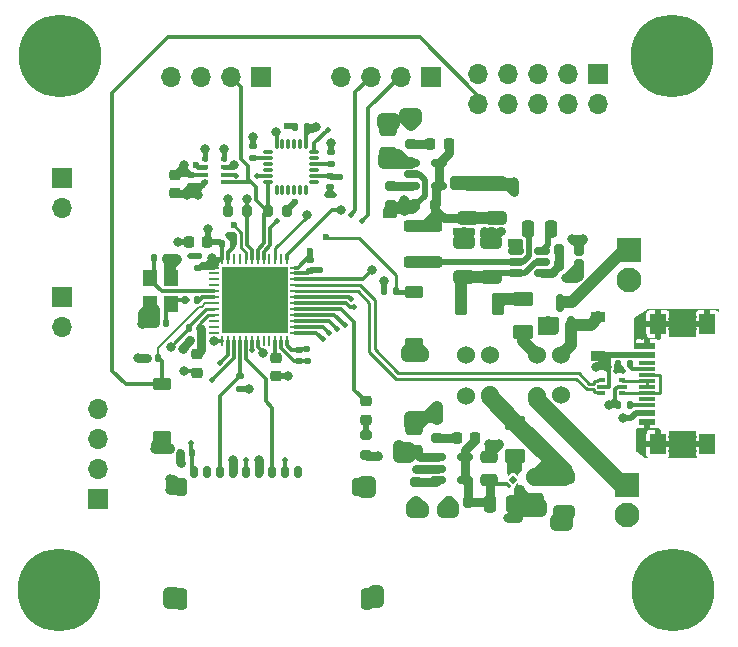
<source format=gbr>
%TF.GenerationSoftware,KiCad,Pcbnew,(6.0.7)*%
%TF.CreationDate,2022-09-11T16:04:50-07:00*%
%TF.ProjectId,All-in-one,416c6c2d-696e-42d6-9f6e-652e6b696361,rev?*%
%TF.SameCoordinates,Original*%
%TF.FileFunction,Copper,L1,Top*%
%TF.FilePolarity,Positive*%
%FSLAX46Y46*%
G04 Gerber Fmt 4.6, Leading zero omitted, Abs format (unit mm)*
G04 Created by KiCad (PCBNEW (6.0.7)) date 2022-09-11 16:04:50*
%MOMM*%
%LPD*%
G01*
G04 APERTURE LIST*
G04 Aperture macros list*
%AMRoundRect*
0 Rectangle with rounded corners*
0 $1 Rounding radius*
0 $2 $3 $4 $5 $6 $7 $8 $9 X,Y pos of 4 corners*
0 Add a 4 corners polygon primitive as box body*
4,1,4,$2,$3,$4,$5,$6,$7,$8,$9,$2,$3,0*
0 Add four circle primitives for the rounded corners*
1,1,$1+$1,$2,$3*
1,1,$1+$1,$4,$5*
1,1,$1+$1,$6,$7*
1,1,$1+$1,$8,$9*
0 Add four rect primitives between the rounded corners*
20,1,$1+$1,$2,$3,$4,$5,0*
20,1,$1+$1,$4,$5,$6,$7,0*
20,1,$1+$1,$6,$7,$8,$9,0*
20,1,$1+$1,$8,$9,$2,$3,0*%
%AMRotRect*
0 Rectangle, with rotation*
0 The origin of the aperture is its center*
0 $1 length*
0 $2 width*
0 $3 Rotation angle, in degrees counterclockwise*
0 Add horizontal line*
21,1,$1,$2,0,0,$3*%
%AMFreePoly0*
4,1,5,0.110000,-0.125000,-0.110000,-0.125000,-0.110000,0.125000,0.360000,0.125000,0.110000,-0.125000,0.110000,-0.125000,$1*%
%AMFreePoly1*
4,1,6,0.290000,-0.055000,0.290000,-0.125000,-0.110000,-0.125000,-0.110000,0.125000,0.110000,0.125000,0.290000,-0.055000,0.290000,-0.055000,$1*%
%AMFreePoly2*
4,1,6,0.110000,-0.125000,-0.290000,-0.125000,-0.290000,-0.055000,-0.110000,0.125000,0.110000,0.125000,0.110000,-0.125000,0.110000,-0.125000,$1*%
%AMFreePoly3*
4,1,6,0.110000,-0.125000,-0.110000,-0.125000,-0.290000,0.055000,-0.290000,0.125000,0.110000,0.125000,0.110000,-0.125000,0.110000,-0.125000,$1*%
G04 Aperture macros list end*
%TA.AperFunction,SMDPad,CuDef*%
%ADD10RoundRect,0.150000X-0.512500X-0.150000X0.512500X-0.150000X0.512500X0.150000X-0.512500X0.150000X0*%
%TD*%
%TA.AperFunction,SMDPad,CuDef*%
%ADD11RoundRect,0.250000X0.650000X-0.325000X0.650000X0.325000X-0.650000X0.325000X-0.650000X-0.325000X0*%
%TD*%
%TA.AperFunction,SMDPad,CuDef*%
%ADD12R,1.200000X1.400000*%
%TD*%
%TA.AperFunction,SMDPad,CuDef*%
%ADD13R,0.500000X0.375000*%
%TD*%
%TA.AperFunction,SMDPad,CuDef*%
%ADD14R,0.650000X0.300000*%
%TD*%
%TA.AperFunction,SMDPad,CuDef*%
%ADD15RoundRect,0.250000X0.275000X0.700000X-0.275000X0.700000X-0.275000X-0.700000X0.275000X-0.700000X0*%
%TD*%
%TA.AperFunction,SMDPad,CuDef*%
%ADD16RoundRect,0.200000X0.200000X0.275000X-0.200000X0.275000X-0.200000X-0.275000X0.200000X-0.275000X0*%
%TD*%
%TA.AperFunction,SMDPad,CuDef*%
%ADD17RoundRect,0.135000X0.135000X0.185000X-0.135000X0.185000X-0.135000X-0.185000X0.135000X-0.185000X0*%
%TD*%
%TA.AperFunction,SMDPad,CuDef*%
%ADD18RoundRect,0.200000X-0.200000X-0.275000X0.200000X-0.275000X0.200000X0.275000X-0.200000X0.275000X0*%
%TD*%
%TA.AperFunction,SMDPad,CuDef*%
%ADD19RoundRect,0.218750X-0.218750X-0.256250X0.218750X-0.256250X0.218750X0.256250X-0.218750X0.256250X0*%
%TD*%
%TA.AperFunction,SMDPad,CuDef*%
%ADD20RoundRect,0.262500X0.537500X-0.262500X0.537500X0.262500X-0.537500X0.262500X-0.537500X-0.262500X0*%
%TD*%
%TA.AperFunction,SMDPad,CuDef*%
%ADD21RoundRect,0.140000X-0.170000X0.140000X-0.170000X-0.140000X0.170000X-0.140000X0.170000X0.140000X0*%
%TD*%
%TA.AperFunction,SMDPad,CuDef*%
%ADD22RoundRect,0.135000X-0.185000X0.135000X-0.185000X-0.135000X0.185000X-0.135000X0.185000X0.135000X0*%
%TD*%
%TA.AperFunction,SMDPad,CuDef*%
%ADD23RoundRect,0.250000X-0.250000X-0.475000X0.250000X-0.475000X0.250000X0.475000X-0.250000X0.475000X0*%
%TD*%
%TA.AperFunction,SMDPad,CuDef*%
%ADD24RoundRect,0.140000X0.170000X-0.140000X0.170000X0.140000X-0.170000X0.140000X-0.170000X-0.140000X0*%
%TD*%
%TA.AperFunction,SMDPad,CuDef*%
%ADD25RoundRect,0.140000X-0.140000X-0.170000X0.140000X-0.170000X0.140000X0.170000X-0.140000X0.170000X0*%
%TD*%
%TA.AperFunction,ComponentPad*%
%ADD26R,1.700000X1.700000*%
%TD*%
%TA.AperFunction,ComponentPad*%
%ADD27O,1.700000X1.700000*%
%TD*%
%TA.AperFunction,SMDPad,CuDef*%
%ADD28RoundRect,0.150000X0.150000X-0.587500X0.150000X0.587500X-0.150000X0.587500X-0.150000X-0.587500X0*%
%TD*%
%TA.AperFunction,SMDPad,CuDef*%
%ADD29RoundRect,0.147500X-0.147500X-0.172500X0.147500X-0.172500X0.147500X0.172500X-0.147500X0.172500X0*%
%TD*%
%TA.AperFunction,SMDPad,CuDef*%
%ADD30RoundRect,0.250000X-0.475000X0.250000X-0.475000X-0.250000X0.475000X-0.250000X0.475000X0.250000X0*%
%TD*%
%TA.AperFunction,SMDPad,CuDef*%
%ADD31RoundRect,0.250000X-0.650000X0.325000X-0.650000X-0.325000X0.650000X-0.325000X0.650000X0.325000X0*%
%TD*%
%TA.AperFunction,ComponentPad*%
%ADD32R,2.100000X2.100000*%
%TD*%
%TA.AperFunction,ComponentPad*%
%ADD33C,2.100000*%
%TD*%
%TA.AperFunction,SMDPad,CuDef*%
%ADD34RoundRect,0.250000X0.625000X-0.375000X0.625000X0.375000X-0.625000X0.375000X-0.625000X-0.375000X0*%
%TD*%
%TA.AperFunction,SMDPad,CuDef*%
%ADD35FreePoly0,90.000000*%
%TD*%
%TA.AperFunction,SMDPad,CuDef*%
%ADD36FreePoly1,90.000000*%
%TD*%
%TA.AperFunction,SMDPad,CuDef*%
%ADD37FreePoly2,90.000000*%
%TD*%
%TA.AperFunction,SMDPad,CuDef*%
%ADD38FreePoly3,90.000000*%
%TD*%
%TA.AperFunction,SMDPad,CuDef*%
%ADD39RotRect,0.480000X0.480000X135.000000*%
%TD*%
%TA.AperFunction,SMDPad,CuDef*%
%ADD40RoundRect,0.075000X0.075000X-0.350000X0.075000X0.350000X-0.075000X0.350000X-0.075000X-0.350000X0*%
%TD*%
%TA.AperFunction,SMDPad,CuDef*%
%ADD41RoundRect,0.075000X0.350000X0.075000X-0.350000X0.075000X-0.350000X-0.075000X0.350000X-0.075000X0*%
%TD*%
%TA.AperFunction,SMDPad,CuDef*%
%ADD42RoundRect,0.225000X0.225000X0.250000X-0.225000X0.250000X-0.225000X-0.250000X0.225000X-0.250000X0*%
%TD*%
%TA.AperFunction,SMDPad,CuDef*%
%ADD43RoundRect,0.200000X-0.275000X0.200000X-0.275000X-0.200000X0.275000X-0.200000X0.275000X0.200000X0*%
%TD*%
%TA.AperFunction,SMDPad,CuDef*%
%ADD44RoundRect,0.225000X-0.250000X0.225000X-0.250000X-0.225000X0.250000X-0.225000X0.250000X0.225000X0*%
%TD*%
%TA.AperFunction,ComponentPad*%
%ADD45C,0.800000*%
%TD*%
%TA.AperFunction,ComponentPad*%
%ADD46C,7.000000*%
%TD*%
%TA.AperFunction,SMDPad,CuDef*%
%ADD47R,1.450000X0.600000*%
%TD*%
%TA.AperFunction,SMDPad,CuDef*%
%ADD48R,1.450000X0.300000*%
%TD*%
%TA.AperFunction,SMDPad,CuDef*%
%ADD49R,1.450000X1.800000*%
%TD*%
%TA.AperFunction,SMDPad,CuDef*%
%ADD50RoundRect,0.237500X-1.412500X0.237500X-1.412500X-0.237500X1.412500X-0.237500X1.412500X0.237500X0*%
%TD*%
%TA.AperFunction,SMDPad,CuDef*%
%ADD51RoundRect,0.140000X0.140000X0.170000X-0.140000X0.170000X-0.140000X-0.170000X0.140000X-0.170000X0*%
%TD*%
%TA.AperFunction,SMDPad,CuDef*%
%ADD52R,0.500000X0.350000*%
%TD*%
%TA.AperFunction,SMDPad,CuDef*%
%ADD53RoundRect,0.175000X-0.175000X-0.325000X0.175000X-0.325000X0.175000X0.325000X-0.175000X0.325000X0*%
%TD*%
%TA.AperFunction,SMDPad,CuDef*%
%ADD54RoundRect,0.250000X-0.250000X-0.500000X0.250000X-0.500000X0.250000X0.500000X-0.250000X0.500000X0*%
%TD*%
%TA.AperFunction,SMDPad,CuDef*%
%ADD55RoundRect,0.250000X-0.250000X-0.650000X0.250000X-0.650000X0.250000X0.650000X-0.250000X0.650000X0*%
%TD*%
%TA.AperFunction,SMDPad,CuDef*%
%ADD56RoundRect,0.200000X0.275000X-0.200000X0.275000X0.200000X-0.275000X0.200000X-0.275000X-0.200000X0*%
%TD*%
%TA.AperFunction,SMDPad,CuDef*%
%ADD57RoundRect,0.218750X0.256250X-0.218750X0.256250X0.218750X-0.256250X0.218750X-0.256250X-0.218750X0*%
%TD*%
%TA.AperFunction,SMDPad,CuDef*%
%ADD58RoundRect,0.250000X-0.625000X0.375000X-0.625000X-0.375000X0.625000X-0.375000X0.625000X0.375000X0*%
%TD*%
%TA.AperFunction,SMDPad,CuDef*%
%ADD59R,1.200000X0.900000*%
%TD*%
%TA.AperFunction,ComponentPad*%
%ADD60C,1.524000*%
%TD*%
%TA.AperFunction,SMDPad,CuDef*%
%ADD61RoundRect,0.062500X-0.375000X-0.062500X0.375000X-0.062500X0.375000X0.062500X-0.375000X0.062500X0*%
%TD*%
%TA.AperFunction,SMDPad,CuDef*%
%ADD62RoundRect,0.062500X-0.062500X-0.375000X0.062500X-0.375000X0.062500X0.375000X-0.062500X0.375000X0*%
%TD*%
%TA.AperFunction,SMDPad,CuDef*%
%ADD63R,5.600000X5.600000*%
%TD*%
%TA.AperFunction,ViaPad*%
%ADD64C,0.800000*%
%TD*%
%TA.AperFunction,ViaPad*%
%ADD65C,0.600000*%
%TD*%
%TA.AperFunction,ViaPad*%
%ADD66C,0.500000*%
%TD*%
%TA.AperFunction,Conductor*%
%ADD67C,0.261112*%
%TD*%
%TA.AperFunction,Conductor*%
%ADD68C,0.750000*%
%TD*%
%TA.AperFunction,Conductor*%
%ADD69C,0.400000*%
%TD*%
%TA.AperFunction,Conductor*%
%ADD70C,0.500000*%
%TD*%
%TA.AperFunction,Conductor*%
%ADD71C,0.300000*%
%TD*%
%TA.AperFunction,Conductor*%
%ADD72C,1.000000*%
%TD*%
%TA.AperFunction,Conductor*%
%ADD73C,0.175000*%
%TD*%
%TA.AperFunction,Conductor*%
%ADD74C,0.250000*%
%TD*%
%TA.AperFunction,Conductor*%
%ADD75C,1.250000*%
%TD*%
%TA.AperFunction,Conductor*%
%ADD76C,1.500000*%
%TD*%
G04 APERTURE END LIST*
D10*
%TO.P,U7,1,VOUT*%
%TO.N,+3.3V*%
X57012500Y-54650000D03*
%TO.P,U7,2,GND*%
%TO.N,GND*%
X57012500Y-55600000D03*
%TO.P,U7,3,SET*%
%TO.N,Net-(R5-Pad2)*%
X57012500Y-56550000D03*
%TO.P,U7,4,EN*%
%TO.N,Net-(C26-Pad2)*%
X59287500Y-56550000D03*
%TO.P,U7,5,VIN*%
X59287500Y-54650000D03*
%TD*%
D11*
%TO.P,C2,1*%
%TO.N,Net-(C1-Pad1)*%
X61500000Y-39375000D03*
%TO.P,C2,2*%
%TO.N,GND*%
X61500000Y-36425000D03*
%TD*%
D12*
%TO.P,Y1,1,1*%
%TO.N,HSE_IN*%
X32650000Y-39500000D03*
%TO.P,Y1,2,2*%
%TO.N,GND*%
X32650000Y-41700000D03*
%TO.P,Y1,3,3*%
%TO.N,Net-(C18-Pad1)*%
X34350000Y-41700000D03*
%TO.P,Y1,4,4*%
%TO.N,GND*%
X34350000Y-39500000D03*
%TD*%
D13*
%TO.P,U6,1,I/O1*%
%TO.N,USBC_CONND-*%
X72600000Y-49197500D03*
D14*
%TO.P,U6,2,GND*%
%TO.N,GND*%
X72675000Y-48660000D03*
D13*
%TO.P,U6,3,I/O2*%
%TO.N,USBC_CONND+*%
X72600000Y-48122500D03*
%TO.P,U6,4,I/O2*%
%TO.N,USB_D+*%
X70900000Y-48122500D03*
D14*
%TO.P,U6,5,VBUS*%
%TO.N,+5V*%
X70825000Y-48660000D03*
D13*
%TO.P,U6,6,I/O1*%
%TO.N,USB_D-*%
X70900000Y-49197500D03*
%TD*%
D15*
%TO.P,FB1,1*%
%TO.N,Net-(F1-Pad2)*%
X62075000Y-41700000D03*
%TO.P,FB1,2*%
%TO.N,Net-(C1-Pad1)*%
X58925000Y-41700000D03*
%TD*%
D16*
%TO.P,R1,1*%
%TO.N,+3.3V*%
X68925000Y-37100000D03*
%TO.P,R1,2*%
%TO.N,BUCK_VFB*%
X67275000Y-37100000D03*
%TD*%
D17*
%TO.P,R10,1*%
%TO.N,HSE_OUT*%
X36610000Y-41300000D03*
%TO.P,R10,2*%
%TO.N,Net-(C18-Pad1)*%
X35590000Y-41300000D03*
%TD*%
D18*
%TO.P,R14,1*%
%TO.N,I2C1_SCL*%
X42575000Y-33800000D03*
%TO.P,R14,2*%
%TO.N,+3.3V*%
X44225000Y-33800000D03*
%TD*%
D10*
%TO.P,U8,1,VOUT*%
%TO.N,+3.3V*%
X54762500Y-29750000D03*
%TO.P,U8,2,GND*%
%TO.N,GND*%
X54762500Y-30700000D03*
%TO.P,U8,3,SET*%
%TO.N,Net-(R8-Pad2)*%
X54762500Y-31650000D03*
%TO.P,U8,4,EN*%
%TO.N,Net-(C4-Pad2)*%
X57037500Y-31650000D03*
%TO.P,U8,5,VIN*%
X57037500Y-29750000D03*
%TD*%
D19*
%TO.P,D2,1,K*%
%TO.N,Net-(D2-Pad1)*%
X58562500Y-53000000D03*
%TO.P,D2,2,A*%
%TO.N,Net-(C26-Pad2)*%
X60137500Y-53000000D03*
%TD*%
D20*
%TO.P,SW2,1,1*%
%TO.N,GND*%
X33600000Y-52925000D03*
%TO.P,SW2,2,2*%
%TO.N,NRST*%
X33600000Y-48475000D03*
%TD*%
D21*
%TO.P,C15,1*%
%TO.N,+3.3V*%
X46200000Y-37920000D03*
%TO.P,C15,2*%
%TO.N,GND*%
X46200000Y-38880000D03*
%TD*%
D22*
%TO.P,R12,1*%
%TO.N,SPI1_MISO*%
X40190000Y-47800000D03*
%TO.P,R12,2*%
%TO.N,+3.3V*%
X40190000Y-48820000D03*
%TD*%
D17*
%TO.P,R15,1*%
%TO.N,SD_CARD_DET*%
X36190000Y-54300000D03*
%TO.P,R15,2*%
%TO.N,+3.3V*%
X35170000Y-54300000D03*
%TD*%
%TO.P,R9,1*%
%TO.N,BOOT0*%
X53410000Y-40600000D03*
%TO.P,R9,2*%
%TO.N,GND*%
X52390000Y-40600000D03*
%TD*%
D23*
%TO.P,C8,1*%
%TO.N,Net-(C26-Pad2)*%
X61400000Y-58600000D03*
%TO.P,C8,2*%
%TO.N,GND*%
X63300000Y-58600000D03*
%TD*%
D24*
%TO.P,C24,1*%
%TO.N,Net-(C24-Pad1)*%
X47900000Y-29780000D03*
%TO.P,C24,2*%
%TO.N,GND*%
X47900000Y-28820000D03*
%TD*%
D23*
%TO.P,C3,1*%
%TO.N,BUCK_SW*%
X64650000Y-35350000D03*
%TO.P,C3,2*%
%TO.N,BUCK_VBST*%
X66550000Y-35350000D03*
%TD*%
D25*
%TO.P,C17,1*%
%TO.N,HSE_IN*%
X32990000Y-37800000D03*
%TO.P,C17,2*%
%TO.N,GND*%
X33950000Y-37800000D03*
%TD*%
D19*
%TO.P,D3,1,K*%
%TO.N,Net-(D3-Pad1)*%
X56312500Y-28100000D03*
%TO.P,D3,2,A*%
%TO.N,Net-(C4-Pad2)*%
X57887500Y-28100000D03*
%TD*%
D26*
%TO.P,J9,1,Pin_1*%
%TO.N,+3.3V*%
X56375000Y-22430000D03*
D27*
%TO.P,J9,2,Pin_2*%
%TO.N,UART2_TX*%
X53835000Y-22430000D03*
%TO.P,J9,3,Pin_3*%
%TO.N,UART2_RX*%
X51295000Y-22430000D03*
%TO.P,J9,4,Pin_4*%
%TO.N,GND*%
X48755000Y-22430000D03*
%TD*%
D28*
%TO.P,Q1,1,G*%
%TO.N,GND*%
X66350000Y-43437500D03*
%TO.P,Q1,2,S*%
%TO.N,BUCK_VIN*%
X68250000Y-43437500D03*
%TO.P,Q1,3,D*%
%TO.N,+12V*%
X67300000Y-41562500D03*
%TD*%
D29*
%TO.P,L2,1*%
%TO.N,+3.3V*%
X36015000Y-44750000D03*
%TO.P,L2,2*%
%TO.N,+3.3VA*%
X36985000Y-44750000D03*
%TD*%
D30*
%TO.P,C26,1*%
%TO.N,GND*%
X61350000Y-54650000D03*
%TO.P,C26,2*%
%TO.N,Net-(C26-Pad2)*%
X61350000Y-56550000D03*
%TD*%
D31*
%TO.P,C5,1*%
%TO.N,GND*%
X61900000Y-31425000D03*
%TO.P,C5,2*%
%TO.N,Net-(C4-Pad2)*%
X61900000Y-34375000D03*
%TD*%
D20*
%TO.P,SW3,1,1*%
%TO.N,+3.3V*%
X55000000Y-45075000D03*
%TO.P,SW3,2,2*%
%TO.N,BOOT0*%
X55000000Y-40625000D03*
%TD*%
D32*
%TO.P,J2,1,Pin_1*%
%TO.N,LDO_IN*%
X73000000Y-57000000D03*
D33*
%TO.P,J2,2,Pin_2*%
%TO.N,GND*%
X73000000Y-59540000D03*
%TD*%
D34*
%TO.P,F1,1*%
%TO.N,BUCK_VIN*%
X64200000Y-44000000D03*
%TO.P,F1,2*%
%TO.N,Net-(F1-Pad2)*%
X64200000Y-41200000D03*
%TD*%
D35*
%TO.P,U2,1,OUT*%
%TO.N,Net-(C26-Pad2)*%
X63025000Y-57070000D03*
D36*
%TO.P,U2,2,GND*%
%TO.N,GND*%
X63675000Y-57070000D03*
D37*
%TO.P,U2,3,EN*%
%TO.N,Net-(F2-Pad2)*%
X63675000Y-55990000D03*
D38*
%TO.P,U2,4,IN*%
X63025000Y-55990000D03*
D39*
%TO.P,U2,5*%
%TO.N,N/C*%
X63350000Y-56530000D03*
%TD*%
D16*
%TO.P,R2,1*%
%TO.N,GND*%
X68925000Y-38400000D03*
%TO.P,R2,2*%
%TO.N,BUCK_VFB*%
X67275000Y-38400000D03*
%TD*%
D40*
%TO.P,U5,1,CLKIN*%
%TO.N,unconnected-(U5-Pad1)*%
X43325000Y-32000000D03*
%TO.P,U5,2,NC*%
%TO.N,unconnected-(U5-Pad2)*%
X43825000Y-32000000D03*
%TO.P,U5,3,NC*%
%TO.N,unconnected-(U5-Pad3)*%
X44325000Y-32000000D03*
%TO.P,U5,4,NC*%
%TO.N,unconnected-(U5-Pad4)*%
X44825000Y-32000000D03*
%TO.P,U5,5,NC*%
%TO.N,unconnected-(U5-Pad5)*%
X45325000Y-32000000D03*
%TO.P,U5,6,AUX_SDA*%
%TO.N,unconnected-(U5-Pad6)*%
X45825000Y-32000000D03*
D41*
%TO.P,U5,7,AUX_SCL*%
%TO.N,unconnected-(U5-Pad7)*%
X46525000Y-31300000D03*
%TO.P,U5,8,VDDIO*%
%TO.N,+3.3V*%
X46525000Y-30800000D03*
%TO.P,U5,9,AD0*%
%TO.N,unconnected-(U5-Pad9)*%
X46525000Y-30300000D03*
%TO.P,U5,10,REGOUT*%
%TO.N,Net-(C24-Pad1)*%
X46525000Y-29800000D03*
%TO.P,U5,11,FSYNC*%
%TO.N,unconnected-(U5-Pad11)*%
X46525000Y-29300000D03*
%TO.P,U5,12,INT*%
%TO.N,MPU_INT*%
X46525000Y-28800000D03*
D40*
%TO.P,U5,13,VDD*%
%TO.N,+3.3V*%
X45825000Y-28100000D03*
%TO.P,U5,14,NC*%
%TO.N,unconnected-(U5-Pad14)*%
X45325000Y-28100000D03*
%TO.P,U5,15,NC*%
%TO.N,unconnected-(U5-Pad15)*%
X44825000Y-28100000D03*
%TO.P,U5,16,NC*%
%TO.N,unconnected-(U5-Pad16)*%
X44325000Y-28100000D03*
%TO.P,U5,17,NC*%
%TO.N,unconnected-(U5-Pad17)*%
X43825000Y-28100000D03*
%TO.P,U5,18,GND*%
%TO.N,GND*%
X43325000Y-28100000D03*
D41*
%TO.P,U5,19,NC*%
%TO.N,unconnected-(U5-Pad19)*%
X42625000Y-28800000D03*
%TO.P,U5,20,CPOUT*%
%TO.N,Net-(C25-Pad1)*%
X42625000Y-29300000D03*
%TO.P,U5,21,NC*%
%TO.N,unconnected-(U5-Pad21)*%
X42625000Y-29800000D03*
%TO.P,U5,22,NC*%
%TO.N,unconnected-(U5-Pad22)*%
X42625000Y-30300000D03*
%TO.P,U5,23,SCL*%
%TO.N,I2C1_SDA*%
X42625000Y-30800000D03*
%TO.P,U5,24,SDA*%
%TO.N,I2C1_SCL*%
X42625000Y-31300000D03*
%TD*%
D26*
%TO.P,J10,1,Pin_1*%
%TO.N,+3.3V*%
X70575000Y-22225000D03*
D27*
%TO.P,J10,2,Pin_2*%
%TO.N,SWDIO*%
X70575000Y-24765000D03*
%TO.P,J10,3,Pin_3*%
%TO.N,GND*%
X68035000Y-22225000D03*
%TO.P,J10,4,Pin_4*%
%TO.N,SWCLK*%
X68035000Y-24765000D03*
%TO.P,J10,5,Pin_5*%
%TO.N,GND*%
X65495000Y-22225000D03*
%TO.P,J10,6,Pin_6*%
%TO.N,SWO*%
X65495000Y-24765000D03*
%TO.P,J10,7,Pin_7*%
%TO.N,unconnected-(J10-Pad7)*%
X62955000Y-22225000D03*
%TO.P,J10,8,Pin_8*%
%TO.N,unconnected-(J10-Pad8)*%
X62955000Y-24765000D03*
%TO.P,J10,9,Pin_9*%
%TO.N,GND*%
X60415000Y-22225000D03*
%TO.P,J10,10,Pin_10*%
%TO.N,NRST*%
X60415000Y-24765000D03*
%TD*%
D42*
%TO.P,C12,1*%
%TO.N,+3.3V*%
X37475000Y-36400000D03*
%TO.P,C12,2*%
%TO.N,GND*%
X35925000Y-36400000D03*
%TD*%
D26*
%TO.P,J7,1,Pin_1*%
%TO.N,TIM3_CH4*%
X25200000Y-41060000D03*
D27*
%TO.P,J7,2,Pin_2*%
%TO.N,GND*%
X25200000Y-43600000D03*
%TD*%
D30*
%TO.P,C7,1*%
%TO.N,LDO_IN*%
X65250000Y-56300000D03*
%TO.P,C7,2*%
%TO.N,GND*%
X65250000Y-58200000D03*
%TD*%
D43*
%TO.P,R3,1*%
%TO.N,GND*%
X56950000Y-51375000D03*
%TO.P,R3,2*%
%TO.N,Net-(D2-Pad1)*%
X56950000Y-53025000D03*
%TD*%
D30*
%TO.P,C27,1*%
%TO.N,GND*%
X54950000Y-52250000D03*
%TO.P,C27,2*%
%TO.N,+3.3V*%
X54950000Y-54150000D03*
%TD*%
D44*
%TO.P,C19,1*%
%TO.N,Net-(C19-Pad1)*%
X43300000Y-46225000D03*
%TO.P,C19,2*%
%TO.N,GND*%
X43300000Y-47775000D03*
%TD*%
D21*
%TO.P,C14,1*%
%TO.N,+3.3V*%
X45200000Y-45520000D03*
%TO.P,C14,2*%
%TO.N,GND*%
X45200000Y-46480000D03*
%TD*%
D25*
%TO.P,C16,1*%
%TO.N,+3.3V*%
X38720000Y-36600000D03*
%TO.P,C16,2*%
%TO.N,GND*%
X39680000Y-36600000D03*
%TD*%
D45*
%TO.P,H3,1,1*%
%TO.N,GND*%
X27525000Y-65900000D03*
X26756155Y-67756155D03*
X23043845Y-64043845D03*
X26756155Y-64043845D03*
X22275000Y-65900000D03*
X24900000Y-68525000D03*
X23043845Y-67756155D03*
X24900000Y-63275000D03*
D46*
X24900000Y-65900000D03*
%TD*%
D44*
%TO.P,C20,1*%
%TO.N,+3.3V*%
X34700000Y-30725000D03*
%TO.P,C20,2*%
%TO.N,GND*%
X34700000Y-32275000D03*
%TD*%
%TO.P,C10,1*%
%TO.N,+3.3VA*%
X36600000Y-45925000D03*
%TO.P,C10,2*%
%TO.N,GND*%
X36600000Y-47475000D03*
%TD*%
D47*
%TO.P,J4,A1,GND*%
%TO.N,GND*%
X74700000Y-51655000D03*
X74700000Y-45205000D03*
%TO.P,J4,A4,VBUS*%
%TO.N,+5V*%
X74700000Y-50880000D03*
D48*
%TO.P,J4,A5,CC1*%
%TO.N,USBC_CONNCC1*%
X74700000Y-50180000D03*
%TO.P,J4,A6,D+*%
%TO.N,USBC_CONND+*%
X74700000Y-48680000D03*
%TO.P,J4,A7,D-*%
%TO.N,USBC_CONND-*%
X74700000Y-47680000D03*
%TO.P,J4,A8,SBU1*%
%TO.N,unconnected-(J4-PadA8)*%
X74700000Y-46680000D03*
D47*
%TO.P,J4,A9,VBUS*%
%TO.N,+5V*%
X74700000Y-45980000D03*
D48*
%TO.P,J4,B5,CC2*%
%TO.N,USBC_CONNCC2*%
X74700000Y-47180000D03*
%TO.P,J4,B6,D+*%
%TO.N,USBC_CONND+*%
X74700000Y-48180000D03*
%TO.P,J4,B7,D-*%
%TO.N,USBC_CONND-*%
X74700000Y-49180000D03*
%TO.P,J4,B8,SBU2*%
%TO.N,unconnected-(J4-PadB8)*%
X74700000Y-49680000D03*
D49*
%TO.P,J4,S1,SHIELD*%
%TO.N,GND*%
X79795000Y-53500000D03*
X79795000Y-43360000D03*
X75615000Y-53500000D03*
X75615000Y-43360000D03*
%TD*%
D16*
%TO.P,R13,1*%
%TO.N,I2C1_SDA*%
X40825000Y-33800000D03*
%TO.P,R13,2*%
%TO.N,+3.3V*%
X39175000Y-33800000D03*
%TD*%
D21*
%TO.P,C21,1*%
%TO.N,+3.3V*%
X36100000Y-30720000D03*
%TO.P,C21,2*%
%TO.N,GND*%
X36100000Y-31680000D03*
%TD*%
D50*
%TO.P,L1,1*%
%TO.N,BUCK_SW*%
X55700000Y-38075000D03*
%TO.P,L1,2*%
%TO.N,Net-(C4-Pad2)*%
X55700000Y-35025000D03*
%TD*%
D51*
%TO.P,C23,1*%
%TO.N,+3.3V*%
X45880000Y-26700000D03*
%TO.P,C23,2*%
%TO.N,GND*%
X44920000Y-26700000D03*
%TD*%
D52*
%TO.P,U4,1,GND*%
%TO.N,GND*%
X38900000Y-29425000D03*
%TO.P,U4,2,CSB*%
%TO.N,+3.3V*%
X38900000Y-30075000D03*
%TO.P,U4,3,SDI*%
%TO.N,I2C1_SDA*%
X38900000Y-30725000D03*
%TO.P,U4,4,SCK*%
%TO.N,I2C1_SCL*%
X38900000Y-31375000D03*
%TO.P,U4,5,SDO*%
%TO.N,GND*%
X37300000Y-31375000D03*
%TO.P,U4,6,VDDIO*%
%TO.N,+3.3V*%
X37300000Y-30725000D03*
%TO.P,U4,7,GND*%
%TO.N,GND*%
X37300000Y-30075000D03*
%TO.P,U4,8,VDD*%
%TO.N,+3.3V*%
X37300000Y-29425000D03*
%TD*%
D53*
%TO.P,J3,1,DAT2*%
%TO.N,unconnected-(J3-Pad1)*%
X45140000Y-55923637D03*
%TO.P,J3,2,DAT3/CD*%
%TO.N,SPI1_NSS*%
X44040000Y-55907879D03*
%TO.P,J3,3,CMD*%
%TO.N,SPI1_MOSI*%
X42940000Y-55892121D03*
%TO.P,J3,4,VDD*%
%TO.N,+3.3V*%
X41840000Y-55907879D03*
%TO.P,J3,5,CLK*%
%TO.N,SPI1_SCK*%
X40740000Y-55907879D03*
%TO.P,J3,6,VSS*%
%TO.N,GND*%
X39640000Y-55907879D03*
%TO.P,J3,7,DAT0*%
%TO.N,SPI1_MISO*%
X38540000Y-55907879D03*
%TO.P,J3,8,DAT1*%
%TO.N,unconnected-(J3-Pad8)*%
X37440000Y-55907879D03*
%TO.P,J3,9,DET_B*%
%TO.N,SD_CARD_DET*%
X36340000Y-55907879D03*
D54*
%TO.P,J3,11,SHIELD*%
%TO.N,GND*%
X35240000Y-57157879D03*
D55*
X50960000Y-66607879D03*
X35240000Y-66607879D03*
D54*
X50190000Y-57157879D03*
%TD*%
D46*
%TO.P,H4,1,1*%
%TO.N,GND*%
X76900000Y-65900000D03*
D45*
X75043845Y-64043845D03*
X79525000Y-65900000D03*
X78756155Y-64043845D03*
X78756155Y-67756155D03*
X74275000Y-65900000D03*
X76900000Y-63275000D03*
X76900000Y-68525000D03*
X75043845Y-67756155D03*
%TD*%
D56*
%TO.P,R5,1*%
%TO.N,GND*%
X55150000Y-58425000D03*
%TO.P,R5,2*%
%TO.N,Net-(R5-Pad2)*%
X55150000Y-56775000D03*
%TD*%
D21*
%TO.P,C22,1*%
%TO.N,+3.3V*%
X47850000Y-30840000D03*
%TO.P,C22,2*%
%TO.N,GND*%
X47850000Y-31800000D03*
%TD*%
D31*
%TO.P,C6,1*%
%TO.N,LDO_IN*%
X67650000Y-56325000D03*
%TO.P,C6,2*%
%TO.N,GND*%
X67650000Y-59275000D03*
%TD*%
D17*
%TO.P,R17,1*%
%TO.N,USBC_CONNCC1*%
X73260000Y-50240000D03*
%TO.P,R17,2*%
%TO.N,GND*%
X72240000Y-50240000D03*
%TD*%
D57*
%TO.P,D4,1,K*%
%TO.N,Net-(D4-Pad1)*%
X50900000Y-51487500D03*
%TO.P,D4,2,A*%
%TO.N,LED_STATUS*%
X50900000Y-49912500D03*
%TD*%
D26*
%TO.P,J5,1,Pin_1*%
%TO.N,GPIO_1*%
X28200000Y-58210000D03*
D27*
%TO.P,J5,2,Pin_2*%
%TO.N,GPIO_2*%
X28200000Y-55670000D03*
%TO.P,J5,3,Pin_3*%
%TO.N,GPIO_3*%
X28200000Y-53130000D03*
%TO.P,J5,4,Pin_4*%
%TO.N,GPIO_4*%
X28200000Y-50590000D03*
%TD*%
D30*
%TO.P,C28,1*%
%TO.N,GND*%
X52800000Y-26950000D03*
%TO.P,C28,2*%
%TO.N,+3.3V*%
X52800000Y-28850000D03*
%TD*%
D58*
%TO.P,F2,1*%
%TO.N,LDO_IN*%
X63550000Y-51700000D03*
%TO.P,F2,2*%
%TO.N,Net-(F2-Pad2)*%
X63550000Y-54500000D03*
%TD*%
D31*
%TO.P,C4,1*%
%TO.N,GND*%
X59500000Y-31425000D03*
%TO.P,C4,2*%
%TO.N,Net-(C4-Pad2)*%
X59500000Y-34375000D03*
%TD*%
D26*
%TO.P,J6,1,Pin_1*%
%TO.N,TIM2_CH4*%
X25200000Y-30960000D03*
D27*
%TO.P,J6,2,Pin_2*%
%TO.N,GND*%
X25200000Y-33500000D03*
%TD*%
D10*
%TO.P,U1,1,GND*%
%TO.N,GND*%
X63562500Y-37150000D03*
%TO.P,U1,2,SW*%
%TO.N,BUCK_SW*%
X63562500Y-38100000D03*
%TO.P,U1,3,VIN*%
%TO.N,Net-(C1-Pad1)*%
X63562500Y-39050000D03*
%TO.P,U1,4,VFB*%
%TO.N,BUCK_VFB*%
X65837500Y-39050000D03*
%TO.P,U1,5,EN*%
%TO.N,Net-(C1-Pad1)*%
X65837500Y-38100000D03*
%TO.P,U1,6,VBST*%
%TO.N,BUCK_VBST*%
X65837500Y-37150000D03*
%TD*%
D51*
%TO.P,C11,1*%
%TO.N,+3.3VA*%
X36880000Y-43700000D03*
%TO.P,C11,2*%
%TO.N,GND*%
X35920000Y-43700000D03*
%TD*%
D18*
%TO.P,R4,1*%
%TO.N,GND*%
X57925000Y-58400000D03*
%TO.P,R4,2*%
%TO.N,Net-(C26-Pad2)*%
X59575000Y-58400000D03*
%TD*%
D51*
%TO.P,C18,1*%
%TO.N,Net-(C18-Pad1)*%
X33980000Y-43300000D03*
%TO.P,C18,2*%
%TO.N,GND*%
X33020000Y-43300000D03*
%TD*%
D24*
%TO.P,C25,1*%
%TO.N,Net-(C25-Pad1)*%
X41300000Y-29280000D03*
%TO.P,C25,2*%
%TO.N,GND*%
X41300000Y-28320000D03*
%TD*%
D26*
%TO.P,J8,1,Pin_1*%
%TO.N,+3.3V*%
X42000000Y-22430000D03*
D27*
%TO.P,J8,2,Pin_2*%
%TO.N,I2C1_SCL*%
X39460000Y-22430000D03*
%TO.P,J8,3,Pin_3*%
%TO.N,I2C1_SDA*%
X36920000Y-22430000D03*
%TO.P,J8,4,Pin_4*%
%TO.N,GND*%
X34380000Y-22430000D03*
%TD*%
D18*
%TO.P,R7,1*%
%TO.N,GND*%
X55075000Y-33300000D03*
%TO.P,R7,2*%
%TO.N,Net-(C4-Pad2)*%
X56725000Y-33300000D03*
%TD*%
D45*
%TO.P,H1,1,1*%
%TO.N,GND*%
X74943845Y-18843845D03*
X79425000Y-20700000D03*
X76800000Y-18075000D03*
X78656155Y-22556155D03*
X78656155Y-18843845D03*
X74943845Y-22556155D03*
D46*
X76800000Y-20700000D03*
D45*
X76800000Y-23325000D03*
X74175000Y-20700000D03*
%TD*%
D32*
%TO.P,J1,1,Pin_1*%
%TO.N,+12V*%
X73200000Y-37130000D03*
D33*
%TO.P,J1,2,Pin_2*%
%TO.N,GND*%
X73200000Y-39670000D03*
%TD*%
D56*
%TO.P,R8,1*%
%TO.N,GND*%
X53000000Y-33325000D03*
%TO.P,R8,2*%
%TO.N,Net-(R8-Pad2)*%
X53000000Y-31675000D03*
%TD*%
D45*
%TO.P,H2,1,1*%
%TO.N,GND*%
X25000000Y-23325000D03*
X26856155Y-18843845D03*
X23143845Y-22556155D03*
X25000000Y-18075000D03*
X26856155Y-22556155D03*
X23143845Y-18843845D03*
X27625000Y-20700000D03*
X22375000Y-20700000D03*
D46*
X25000000Y-20700000D03*
%TD*%
D17*
%TO.P,R16,1*%
%TO.N,USBC_CONNCC2*%
X73240000Y-46730000D03*
%TO.P,R16,2*%
%TO.N,GND*%
X72220000Y-46730000D03*
%TD*%
D59*
%TO.P,D1,1,K*%
%TO.N,BUCK_VIN*%
X70575000Y-42780000D03*
%TO.P,D1,2,A*%
%TO.N,+5V*%
X70575000Y-46080000D03*
%TD*%
D60*
%TO.P,SW1,1,1*%
%TO.N,BUCK_VIN*%
X67375000Y-45984783D03*
%TO.P,SW1,2,2*%
%TO.N,unconnected-(SW1-Pad2)*%
X61375000Y-45984783D03*
%TO.P,SW1,3,3*%
%TO.N,BUCK_VIN*%
X65375000Y-45984783D03*
%TO.P,SW1,4,4*%
%TO.N,unconnected-(SW1-Pad4)*%
X59375000Y-45984783D03*
%TO.P,SW1,5,5*%
%TO.N,unconnected-(SW1-Pad5)*%
X67375000Y-49384783D03*
%TO.P,SW1,6,6*%
%TO.N,LDO_IN*%
X61375000Y-49384783D03*
%TO.P,SW1,7,7*%
X65375000Y-49415218D03*
%TO.P,SW1,8,8*%
%TO.N,unconnected-(SW1-Pad8)*%
X59375000Y-49415218D03*
%TD*%
D43*
%TO.P,R6,1*%
%TO.N,GND*%
X54700000Y-26475000D03*
%TO.P,R6,2*%
%TO.N,Net-(D3-Pad1)*%
X54700000Y-28125000D03*
%TD*%
%TO.P,R11,1*%
%TO.N,Net-(D4-Pad1)*%
X50900000Y-52775000D03*
%TO.P,R11,2*%
%TO.N,GND*%
X50900000Y-54425000D03*
%TD*%
D11*
%TO.P,C1,1*%
%TO.N,Net-(C1-Pad1)*%
X59200000Y-39375000D03*
%TO.P,C1,2*%
%TO.N,GND*%
X59200000Y-36425000D03*
%TD*%
D25*
%TO.P,C9,1*%
%TO.N,GND*%
X32320000Y-46200000D03*
%TO.P,C9,2*%
%TO.N,NRST*%
X33280000Y-46200000D03*
%TD*%
D24*
%TO.P,C13,1*%
%TO.N,+3.3V*%
X36700000Y-38590000D03*
%TO.P,C13,2*%
%TO.N,GND*%
X36700000Y-37630000D03*
%TD*%
D61*
%TO.P,U3,1,VBAT*%
%TO.N,+3.3V*%
X38037500Y-38580000D03*
%TO.P,U3,2,PC13*%
%TO.N,unconnected-(U3-Pad2)*%
X38037500Y-39080000D03*
%TO.P,U3,3,PC14*%
%TO.N,unconnected-(U3-Pad3)*%
X38037500Y-39580000D03*
%TO.P,U3,4,PC15*%
%TO.N,unconnected-(U3-Pad4)*%
X38037500Y-40080000D03*
%TO.P,U3,5,PH0*%
%TO.N,HSE_IN*%
X38037500Y-40580000D03*
%TO.P,U3,6,PH1*%
%TO.N,HSE_OUT*%
X38037500Y-41080000D03*
%TO.P,U3,7,NRST*%
%TO.N,NRST*%
X38037500Y-41580000D03*
%TO.P,U3,8,VSSA*%
%TO.N,GND*%
X38037500Y-42080000D03*
%TO.P,U3,9,VREF+/VDDA*%
%TO.N,+3.3VA*%
X38037500Y-42580000D03*
%TO.P,U3,10,PA0*%
%TO.N,unconnected-(U3-Pad10)*%
X38037500Y-43080000D03*
%TO.P,U3,11,PA1*%
%TO.N,unconnected-(U3-Pad11)*%
X38037500Y-43580000D03*
%TO.P,U3,12,PA2*%
%TO.N,unconnected-(U3-Pad12)*%
X38037500Y-44080000D03*
D62*
%TO.P,U3,13,PA3*%
%TO.N,TIM2_CH4*%
X38725000Y-44767500D03*
%TO.P,U3,14,PA4*%
%TO.N,SPI1_NSS*%
X39225000Y-44767500D03*
%TO.P,U3,15,PA5*%
%TO.N,SPI1_SCK*%
X39725000Y-44767500D03*
%TO.P,U3,16,PA6*%
%TO.N,SPI1_MISO*%
X40225000Y-44767500D03*
%TO.P,U3,17,PA7*%
%TO.N,SPI1_MOSI*%
X40725000Y-44767500D03*
%TO.P,U3,18,PB0*%
%TO.N,SD_CARD_DET*%
X41225000Y-44767500D03*
%TO.P,U3,19,PB1*%
%TO.N,TIM3_CH4*%
X41725000Y-44767500D03*
%TO.P,U3,20,PB2*%
%TO.N,unconnected-(U3-Pad20)*%
X42225000Y-44767500D03*
%TO.P,U3,21,PB10*%
%TO.N,unconnected-(U3-Pad21)*%
X42725000Y-44767500D03*
%TO.P,U3,22,VCAP1*%
%TO.N,Net-(C19-Pad1)*%
X43225000Y-44767500D03*
%TO.P,U3,23,VSS*%
%TO.N,GND*%
X43725000Y-44767500D03*
%TO.P,U3,24,VDD*%
%TO.N,+3.3V*%
X44225000Y-44767500D03*
D61*
%TO.P,U3,25,PB12*%
%TO.N,GPIO_1*%
X44912500Y-44080000D03*
%TO.P,U3,26,PB13*%
%TO.N,GPIO_2*%
X44912500Y-43580000D03*
%TO.P,U3,27,PB14*%
%TO.N,GPIO_3*%
X44912500Y-43080000D03*
%TO.P,U3,28,PB15*%
%TO.N,GPIO_4*%
X44912500Y-42580000D03*
%TO.P,U3,29,PA8*%
%TO.N,LED_STATUS*%
X44912500Y-42080000D03*
%TO.P,U3,30,PA9*%
%TO.N,UART2_TX*%
X44912500Y-41580000D03*
%TO.P,U3,31,PA10*%
%TO.N,UART2_RX*%
X44912500Y-41080000D03*
%TO.P,U3,32,PA11*%
%TO.N,USB_D-*%
X44912500Y-40580000D03*
%TO.P,U3,33,PA12*%
%TO.N,USB_D+*%
X44912500Y-40080000D03*
%TO.P,U3,34,PA13*%
%TO.N,SWDIO*%
X44912500Y-39580000D03*
%TO.P,U3,35,VSS*%
%TO.N,GND*%
X44912500Y-39080000D03*
%TO.P,U3,36,VDD*%
%TO.N,+3.3V*%
X44912500Y-38580000D03*
D62*
%TO.P,U3,37,PA14*%
%TO.N,SWCLK*%
X44225000Y-37892500D03*
%TO.P,U3,38,PA15*%
%TO.N,unconnected-(U3-Pad38)*%
X43725000Y-37892500D03*
%TO.P,U3,39,PB3*%
%TO.N,SWO*%
X43225000Y-37892500D03*
%TO.P,U3,40,PB4*%
%TO.N,unconnected-(U3-Pad40)*%
X42725000Y-37892500D03*
%TO.P,U3,41,PB5*%
%TO.N,MPU_INT*%
X42225000Y-37892500D03*
%TO.P,U3,42,PB6*%
%TO.N,I2C1_SCL*%
X41725000Y-37892500D03*
%TO.P,U3,43,PB7*%
%TO.N,I2C1_SDA*%
X41225000Y-37892500D03*
%TO.P,U3,44,BOOT0*%
%TO.N,BOOT0*%
X40725000Y-37892500D03*
%TO.P,U3,45,PB8*%
%TO.N,unconnected-(U3-Pad45)*%
X40225000Y-37892500D03*
%TO.P,U3,46,PB9*%
%TO.N,unconnected-(U3-Pad46)*%
X39725000Y-37892500D03*
%TO.P,U3,47,VSS*%
%TO.N,GND*%
X39225000Y-37892500D03*
%TO.P,U3,48,VDD*%
%TO.N,+3.3V*%
X38725000Y-37892500D03*
D63*
%TO.P,U3,49,VSS*%
%TO.N,GND*%
X41475000Y-41330000D03*
%TD*%
D64*
%TO.N,GND*%
X67800000Y-39500000D03*
X68700000Y-39500000D03*
%TO.N,+3.3V*%
X68375000Y-36125000D03*
D65*
%TO.N,BOOT0*%
X47500000Y-36000000D03*
X39700000Y-35000000D03*
D64*
%TO.N,+3.3V*%
X54400000Y-46100000D03*
X37900000Y-37800000D03*
D65*
X53800000Y-29349500D03*
D64*
X53700000Y-53700000D03*
X35500000Y-29900000D03*
X41800000Y-54900000D03*
X39200000Y-32800000D03*
X46700000Y-26700000D03*
D65*
X46200000Y-37200000D03*
X44900000Y-33000000D03*
D64*
X35400000Y-45450000D03*
X55700000Y-46100000D03*
D65*
X52400000Y-29700000D03*
D64*
X41000000Y-48900000D03*
X39700000Y-29900000D03*
X69275000Y-36125000D03*
X37300000Y-28500000D03*
X35200000Y-55100000D03*
D65*
X48700000Y-30900000D03*
X45900000Y-45500000D03*
X53200000Y-29900000D03*
D64*
X53700000Y-54600000D03*
X37500000Y-35300000D03*
%TO.N,+5V*%
X70400000Y-47018072D03*
X71300500Y-47018072D03*
X72700000Y-51300000D03*
D66*
%TO.N,SPI1_NSS*%
X44000000Y-54900000D03*
X38526444Y-46646444D03*
%TO.N,SPI1_SCK*%
X37820000Y-48130000D03*
X40700000Y-54900000D03*
%TO.N,SD_CARD_DET*%
X41274500Y-45600000D03*
X36110000Y-53450000D03*
%TO.N,GPIO_1*%
X47250500Y-44650000D03*
%TO.N,GPIO_2*%
X47786444Y-44113556D03*
%TO.N,GPIO_3*%
X48450000Y-43800000D03*
%TO.N,GPIO_4*%
X49100000Y-43450000D03*
D64*
%TO.N,I2C1_SDA*%
X40800000Y-32800000D03*
D66*
X41700000Y-30800000D03*
X39900000Y-30800000D03*
%TO.N,UART2_TX*%
X49900000Y-41900000D03*
X50600000Y-34600000D03*
%TO.N,UART2_RX*%
X49600000Y-41200000D03*
X49600000Y-34100000D03*
D64*
%TO.N,SWDIO*%
X51400000Y-38800000D03*
%TO.N,SWCLK*%
X48800000Y-33700000D03*
%TO.N,SWO*%
X45900000Y-34100000D03*
D66*
%TO.N,MPU_INT*%
X47700000Y-26900000D03*
X43400000Y-34600000D03*
D64*
%TO.N,GND*%
X71460000Y-50240000D03*
D66*
X72700000Y-47300000D03*
D64*
X34284598Y-53892919D03*
X62200000Y-53500000D03*
D65*
X36500000Y-29900000D03*
X55100000Y-55600000D03*
X46000000Y-46500000D03*
D66*
X60700000Y-31049500D03*
D64*
X38900000Y-28500000D03*
D66*
X47600000Y-32400000D03*
D64*
X76900000Y-52900000D03*
D65*
X47000000Y-38800000D03*
D64*
X34200000Y-66100000D03*
X74300000Y-44300000D03*
X78500000Y-54100000D03*
X36650000Y-32450000D03*
X34900000Y-37850000D03*
X42350000Y-41250000D03*
X74300000Y-43300000D03*
X74300000Y-53600000D03*
X74300000Y-52600000D03*
X78500000Y-42800000D03*
D65*
X55900000Y-55600000D03*
D64*
X33000000Y-53900000D03*
X56900000Y-50400000D03*
X78500000Y-43800000D03*
X43300000Y-27100000D03*
X43300000Y-41250000D03*
X76900000Y-42900000D03*
D65*
X53300000Y-34100000D03*
D64*
X54100000Y-33800000D03*
D66*
X36000000Y-37600000D03*
D64*
X35500000Y-47350000D03*
D66*
X72100000Y-47300000D03*
D64*
X54200000Y-25600000D03*
D65*
X67000000Y-43900000D03*
D64*
X51900000Y-66900000D03*
X34200000Y-67000000D03*
X54800000Y-59300000D03*
X39550000Y-41250000D03*
X53300000Y-26000000D03*
X63400000Y-32200000D03*
X67900000Y-60400000D03*
X41450000Y-41250000D03*
D65*
X59200000Y-35500000D03*
D64*
X31900000Y-43350000D03*
X47900000Y-28000000D03*
X51900000Y-54500000D03*
D66*
X39700000Y-35800000D03*
X58300000Y-31049500D03*
D64*
X62900000Y-59800000D03*
X39600000Y-54900000D03*
X78500000Y-52900000D03*
X51200000Y-57600000D03*
X55900000Y-51200000D03*
X34300000Y-57400000D03*
X35750000Y-32450000D03*
D66*
X58300000Y-31800000D03*
D64*
X52300000Y-26000000D03*
X40550000Y-41250000D03*
X44300000Y-47800000D03*
D65*
X63900000Y-36400000D03*
X63200000Y-36400000D03*
D64*
X51200000Y-56700000D03*
D65*
X58500000Y-35500000D03*
D66*
X48200000Y-32400000D03*
D64*
X65700000Y-59200000D03*
D65*
X59900000Y-35500000D03*
D64*
X41300000Y-27500000D03*
X67000000Y-60400000D03*
D66*
X60700000Y-31800000D03*
D64*
X34400000Y-45300000D03*
X34300000Y-56500000D03*
X58300000Y-59300000D03*
D65*
X61600000Y-35500000D03*
X52600000Y-34100000D03*
X67000000Y-43000000D03*
X65700000Y-44000000D03*
D64*
X63800000Y-59800000D03*
D66*
X39200000Y-35800000D03*
D64*
X55700000Y-59300000D03*
X52400000Y-39700000D03*
X61300000Y-53500000D03*
X34950000Y-36400000D03*
X55100000Y-25600000D03*
D65*
X65700000Y-43000000D03*
X62300000Y-35500000D03*
D64*
X54600000Y-51200000D03*
X76900000Y-43800000D03*
D65*
X44200000Y-26600000D03*
D64*
X57400000Y-59300000D03*
D65*
X60900000Y-35500000D03*
D64*
X63400000Y-31300000D03*
X54100000Y-32900000D03*
X51900000Y-66000000D03*
X31600000Y-46200000D03*
X76900000Y-54100000D03*
X64800000Y-59200000D03*
%TO.N,TIM2_CH4*%
X38000000Y-44804500D03*
%TO.N,TIM3_CH4*%
X42200000Y-45804500D03*
%TD*%
D67*
%TO.N,USBC_CONND+*%
X74700000Y-48180000D02*
X74700000Y-48680000D01*
D68*
%TO.N,GND*%
X67800000Y-39500000D02*
X67825000Y-39500000D01*
X67825000Y-39500000D02*
X68925000Y-38400000D01*
X67800000Y-39500000D02*
X68700000Y-39500000D01*
X68925000Y-38400000D02*
X68925000Y-39275000D01*
X68925000Y-39275000D02*
X68700000Y-39500000D01*
%TO.N,BUCK_VFB*%
X65837500Y-39050000D02*
X66625000Y-39050000D01*
X66625000Y-39050000D02*
X67275000Y-38400000D01*
X67275000Y-37100000D02*
X67275000Y-38400000D01*
%TO.N,+3.3V*%
X68925000Y-37100000D02*
X68925000Y-36475000D01*
X68925000Y-36475000D02*
X69275000Y-36125000D01*
X68375000Y-36125000D02*
X69275000Y-36125000D01*
X68900000Y-36500000D02*
X69275000Y-36125000D01*
X68900000Y-37125000D02*
X68900000Y-36650000D01*
X68900000Y-36650000D02*
X68375000Y-36125000D01*
D69*
%TO.N,BOOT0*%
X55000000Y-40625000D02*
X53435000Y-40625000D01*
D67*
X53410000Y-39210000D02*
X53410000Y-40600000D01*
X47600000Y-36100000D02*
X50300000Y-36100000D01*
X47500000Y-36000000D02*
X47600000Y-36100000D01*
X40725000Y-37304608D02*
X40725000Y-37892500D01*
X50300000Y-36100000D02*
X53410000Y-39210000D01*
X40319444Y-35619444D02*
X39700000Y-35000000D01*
X40319444Y-36899053D02*
X40319444Y-35619444D01*
X40319444Y-36899053D02*
X40725000Y-37304608D01*
D69*
X53435000Y-40625000D02*
X53410000Y-40600000D01*
D70*
%TO.N,BUCK_SW*%
X63537500Y-38075000D02*
X63562500Y-38100000D01*
X64675000Y-35375000D02*
X64675000Y-37575000D01*
X64150000Y-38100000D02*
X63562500Y-38100000D01*
X64675000Y-37575000D02*
X64150000Y-38100000D01*
X55700000Y-38075000D02*
X63537500Y-38075000D01*
X64650000Y-35350000D02*
X64675000Y-35375000D01*
%TO.N,BUCK_VBST*%
X66350000Y-36637500D02*
X66350000Y-35550000D01*
X66350000Y-35550000D02*
X66550000Y-35350000D01*
X65837500Y-37150000D02*
X66350000Y-36637500D01*
D71*
%TO.N,+3.3V*%
X38037500Y-38580000D02*
X36710000Y-38580000D01*
D68*
X53650000Y-28850000D02*
X54500000Y-29700000D01*
D70*
X35500000Y-29900000D02*
X35500000Y-29925000D01*
D71*
X46525000Y-30800000D02*
X47810000Y-30800000D01*
D68*
X35400000Y-45450000D02*
X35400000Y-45365000D01*
X37900000Y-37800000D02*
X37900000Y-38300000D01*
D70*
X35500000Y-29925000D02*
X34700000Y-30725000D01*
D69*
X39525000Y-30075000D02*
X38900000Y-30075000D01*
X35500000Y-29900000D02*
X35500000Y-30120000D01*
D71*
X36710000Y-38580000D02*
X36700000Y-38590000D01*
D70*
X39175000Y-33800000D02*
X39175000Y-32825000D01*
D72*
X55700000Y-46100000D02*
X55700000Y-45775000D01*
D71*
X38725000Y-37892500D02*
X38725000Y-36605000D01*
X46200000Y-27000000D02*
X46400000Y-27000000D01*
D70*
X38520000Y-36400000D02*
X38720000Y-36600000D01*
D72*
X54400000Y-45675000D02*
X55000000Y-45075000D01*
D68*
X41840000Y-54940000D02*
X41800000Y-54900000D01*
X52800000Y-28850000D02*
X53650000Y-28850000D01*
D71*
X38307500Y-37892500D02*
X37900000Y-38300000D01*
X45120000Y-38580000D02*
X46200000Y-37500000D01*
X38725000Y-37892500D02*
X38307500Y-37892500D01*
X37992500Y-37892500D02*
X37900000Y-37800000D01*
D68*
X53700000Y-53700000D02*
X54500000Y-53700000D01*
D71*
X46200000Y-37500000D02*
X46200000Y-37300000D01*
X44912500Y-38580000D02*
X45120000Y-38580000D01*
X38325000Y-38180000D02*
X38325000Y-38400000D01*
D72*
X52400000Y-29250000D02*
X52800000Y-28850000D01*
D69*
X35500000Y-29900000D02*
X35500000Y-30500000D01*
D71*
X38725000Y-37892500D02*
X37992500Y-37892500D01*
D72*
X55700000Y-46100000D02*
X54400000Y-46100000D01*
D70*
X47910000Y-30900000D02*
X47850000Y-30840000D01*
D71*
X44225000Y-44767500D02*
X44225000Y-45154721D01*
X45825000Y-26895000D02*
X45920000Y-26800000D01*
D70*
X44225000Y-33800000D02*
X44225000Y-33675000D01*
D72*
X53700000Y-54600000D02*
X53700000Y-53700000D01*
X54500000Y-54600000D02*
X54950000Y-54150000D01*
D70*
X48700000Y-30900000D02*
X47910000Y-30900000D01*
D72*
X55700000Y-45775000D02*
X55000000Y-45075000D01*
D70*
X37500000Y-36375000D02*
X37475000Y-36400000D01*
D68*
X41840000Y-55907879D02*
X41840000Y-54940000D01*
X55450000Y-54650000D02*
X54950000Y-54150000D01*
D71*
X36700000Y-38590000D02*
X36990000Y-38300000D01*
X38612500Y-37892500D02*
X38325000Y-38180000D01*
X45825000Y-28100000D02*
X45825000Y-26895000D01*
D69*
X37300000Y-29425000D02*
X37300000Y-28500000D01*
D72*
X54500000Y-29700000D02*
X54712500Y-29700000D01*
D71*
X45825000Y-27375000D02*
X46200000Y-27000000D01*
D68*
X54500000Y-53700000D02*
X54950000Y-54150000D01*
D69*
X39700000Y-29900000D02*
X39525000Y-30075000D01*
D71*
X34700000Y-30725000D02*
X37300000Y-30725000D01*
D70*
X40270000Y-48900000D02*
X40190000Y-48820000D01*
D71*
X37400000Y-38300000D02*
X37900000Y-37800000D01*
D72*
X52400000Y-29700000D02*
X54500000Y-29700000D01*
D70*
X37475000Y-36400000D02*
X38520000Y-36400000D01*
D68*
X35400000Y-45365000D02*
X36015000Y-44750000D01*
X52900000Y-28750000D02*
X52800000Y-28850000D01*
D69*
X35500000Y-30120000D02*
X36100000Y-30720000D01*
D71*
X45825000Y-28100000D02*
X45825000Y-27375000D01*
X38725000Y-37892500D02*
X38612500Y-37892500D01*
D70*
X39175000Y-32825000D02*
X39200000Y-32800000D01*
D69*
X35500000Y-30500000D02*
X35400000Y-30600000D01*
D71*
X38725000Y-36605000D02*
X38720000Y-36600000D01*
D70*
X46700000Y-26700000D02*
X45880000Y-26700000D01*
D71*
X37400000Y-38300000D02*
X37900000Y-38300000D01*
D72*
X52400000Y-29700000D02*
X52400000Y-29250000D01*
X53700000Y-54600000D02*
X54500000Y-54600000D01*
D70*
X37500000Y-35300000D02*
X37500000Y-36375000D01*
D71*
X46400000Y-27000000D02*
X46700000Y-26700000D01*
D68*
X35170000Y-54300000D02*
X35170000Y-55070000D01*
D70*
X44225000Y-33675000D02*
X44900000Y-33000000D01*
D71*
X44225000Y-45154721D02*
X44590279Y-45520000D01*
X45900000Y-45500000D02*
X45220000Y-45500000D01*
X47810000Y-30800000D02*
X47850000Y-30840000D01*
D70*
X46200000Y-37200000D02*
X46200000Y-37300000D01*
D71*
X44590279Y-45520000D02*
X45200000Y-45520000D01*
D72*
X54400000Y-46100000D02*
X54400000Y-45675000D01*
D68*
X57012500Y-54650000D02*
X55450000Y-54650000D01*
D71*
X45220000Y-45500000D02*
X45200000Y-45520000D01*
D70*
X41000000Y-48900000D02*
X40270000Y-48900000D01*
D71*
X36990000Y-38300000D02*
X37400000Y-38300000D01*
D70*
X46200000Y-37300000D02*
X46200000Y-37920000D01*
D68*
X35170000Y-55070000D02*
X35200000Y-55100000D01*
D71*
%TO.N,NRST*%
X29400000Y-23800000D02*
X34100000Y-19100000D01*
X60415000Y-24070000D02*
X60415000Y-24765000D01*
X55445000Y-19100000D02*
X60415000Y-24070000D01*
X33600000Y-46520000D02*
X33280000Y-46200000D01*
X33600000Y-48475000D02*
X33600000Y-46520000D01*
X34100000Y-19100000D02*
X55445000Y-19100000D01*
X30575000Y-48475000D02*
X29400000Y-47300000D01*
D73*
X37300805Y-41580000D02*
X36973305Y-41907500D01*
X36797924Y-41907500D02*
X33280000Y-45425424D01*
X33280000Y-45425424D02*
X33280000Y-46200000D01*
X36973305Y-41907500D02*
X36797924Y-41907500D01*
D71*
X33600000Y-48475000D02*
X30575000Y-48475000D01*
X29400000Y-47300000D02*
X29400000Y-23800000D01*
D73*
X38037500Y-41580000D02*
X37300805Y-41580000D01*
D67*
%TO.N,+3.3VA*%
X37544135Y-42580000D02*
X36880000Y-43244135D01*
X36900000Y-43680000D02*
X36880000Y-43700000D01*
D68*
X36600000Y-45925000D02*
X36965000Y-45560000D01*
X36965000Y-45560000D02*
X36965000Y-43785000D01*
X36965000Y-43785000D02*
X36880000Y-43700000D01*
D67*
X38037500Y-42580000D02*
X37544135Y-42580000D01*
X36880000Y-43244135D02*
X36880000Y-43700000D01*
X36880000Y-44645000D02*
X36985000Y-44750000D01*
D71*
%TO.N,HSE_IN*%
X32650000Y-39500000D02*
X32650000Y-39600000D01*
X32990000Y-37800000D02*
X32990000Y-39160000D01*
X32990000Y-39160000D02*
X32650000Y-39500000D01*
X32650000Y-39600000D02*
X33630000Y-40580000D01*
X33630000Y-40580000D02*
X38037500Y-40580000D01*
%TO.N,Net-(C18-Pad1)*%
X33980000Y-42070000D02*
X34350000Y-41700000D01*
X34750000Y-41300000D02*
X34350000Y-41700000D01*
X35790000Y-41300000D02*
X34750000Y-41300000D01*
X33980000Y-43300000D02*
X33980000Y-42070000D01*
%TO.N,Net-(C19-Pad1)*%
X43225000Y-45950000D02*
X43500000Y-46225000D01*
X43225000Y-44767500D02*
X43225000Y-45950000D01*
%TO.N,Net-(C24-Pad1)*%
X47880000Y-29800000D02*
X47900000Y-29780000D01*
X46525000Y-29800000D02*
X47880000Y-29800000D01*
%TO.N,Net-(C25-Pad1)*%
X41320000Y-29300000D02*
X42625000Y-29300000D01*
X41300000Y-29280000D02*
X41320000Y-29300000D01*
D70*
%TO.N,+5V*%
X74700000Y-45980000D02*
X74675000Y-45955000D01*
D71*
X70825000Y-48660000D02*
X71500000Y-48660000D01*
D70*
X70700000Y-45955000D02*
X70575000Y-46080000D01*
D71*
X70880000Y-46140000D02*
X70940000Y-46080000D01*
D70*
X70400000Y-47018072D02*
X71300500Y-47018072D01*
D71*
X71500000Y-47005000D02*
X71047500Y-46552500D01*
D70*
X74675000Y-45955000D02*
X71355000Y-45955000D01*
D71*
X71500000Y-48660000D02*
X71500000Y-47005000D01*
X70940000Y-46080000D02*
X70575000Y-46080000D01*
D70*
X70400000Y-47018072D02*
X70865572Y-46552500D01*
X71355000Y-45955000D02*
X70700000Y-45955000D01*
X71355000Y-45955000D02*
X71355000Y-46963572D01*
X71355000Y-46963572D02*
X71300500Y-47018072D01*
X73767315Y-50880000D02*
X74700000Y-50880000D01*
X73347315Y-51300000D02*
X73767315Y-50880000D01*
X72700000Y-51300000D02*
X73347315Y-51300000D01*
D71*
X71047500Y-46552500D02*
X70575000Y-46080000D01*
D70*
X70947500Y-46552500D02*
X71047500Y-46552500D01*
%TO.N,Net-(D4-Pad1)*%
X50900000Y-52775000D02*
X50900000Y-51487500D01*
D71*
%TO.N,LED_STATUS*%
X49900000Y-48912500D02*
X50900000Y-49912500D01*
X44912500Y-42080000D02*
X48780000Y-42080000D01*
X48780000Y-42080000D02*
X49900000Y-43200000D01*
X49900000Y-43200000D02*
X49900000Y-48912500D01*
D72*
%TO.N,+12V*%
X68350000Y-41500000D02*
X72720000Y-37130000D01*
X72720000Y-37130000D02*
X73200000Y-37130000D01*
X67600000Y-41500000D02*
X68350000Y-41500000D01*
D71*
%TO.N,SPI1_NSS*%
X39225000Y-45947888D02*
X39225000Y-44767500D01*
X44040000Y-54940000D02*
X44040000Y-55907879D01*
X44000000Y-54900000D02*
X44040000Y-54940000D01*
X38526444Y-46646444D02*
X39225000Y-45947888D01*
%TO.N,SPI1_MOSI*%
X42400000Y-49900000D02*
X42940000Y-50440000D01*
X40725000Y-46305000D02*
X42400000Y-47980000D01*
X40725000Y-44767500D02*
X40725000Y-46305000D01*
X42940000Y-50440000D02*
X42940000Y-55892121D01*
X42400000Y-47980000D02*
X42400000Y-49900000D01*
%TO.N,SPI1_SCK*%
X40700000Y-55867879D02*
X40740000Y-55907879D01*
X39725000Y-46225000D02*
X37820000Y-48130000D01*
X40700000Y-54900000D02*
X40700000Y-55867879D01*
X39725000Y-44767500D02*
X39725000Y-46225000D01*
%TO.N,SPI1_MISO*%
X38540000Y-55907879D02*
X38540000Y-49450000D01*
X40225000Y-47765000D02*
X40190000Y-47800000D01*
X38540000Y-49450000D02*
X40190000Y-47800000D01*
X40225000Y-44767500D02*
X40225000Y-47765000D01*
%TO.N,SD_CARD_DET*%
X36190000Y-54300000D02*
X36190000Y-55757879D01*
X36110000Y-53450000D02*
X36110000Y-54220000D01*
X41225000Y-45550500D02*
X41225000Y-44767500D01*
X36190000Y-55757879D02*
X36340000Y-55907879D01*
X36110000Y-54220000D02*
X36190000Y-54300000D01*
X41274500Y-45600000D02*
X41225000Y-45550500D01*
%TO.N,USBC_CONNCC1*%
X73320000Y-50180000D02*
X74700000Y-50180000D01*
X73260000Y-50240000D02*
X73320000Y-50180000D01*
%TO.N,USBC_CONNCC2*%
X73240000Y-46970000D02*
X73450000Y-47180000D01*
X73450000Y-47180000D02*
X74700000Y-47180000D01*
%TO.N,GPIO_1*%
X46680500Y-44080000D02*
X44912500Y-44080000D01*
X47250500Y-44650000D02*
X46680500Y-44080000D01*
%TO.N,GPIO_2*%
X47786444Y-44113556D02*
X47252888Y-43580000D01*
X47252888Y-43580000D02*
X44912500Y-43580000D01*
%TO.N,GPIO_3*%
X47730000Y-43080000D02*
X44912500Y-43080000D01*
X48450000Y-43800000D02*
X47730000Y-43080000D01*
%TO.N,GPIO_4*%
X49100000Y-43450000D02*
X48230000Y-42580000D01*
X48230000Y-42580000D02*
X44912500Y-42580000D01*
%TO.N,I2C1_SCL*%
X39460000Y-22430000D02*
X40310000Y-23280000D01*
X40310000Y-23280000D02*
X40310000Y-29410000D01*
X42600000Y-31325000D02*
X42625000Y-31300000D01*
X42575000Y-33800000D02*
X42600000Y-33775000D01*
X41725000Y-37892500D02*
X41725000Y-37075000D01*
X41600000Y-32900000D02*
X41600000Y-31775000D01*
X42500000Y-33800000D02*
X41600000Y-32900000D01*
X42600000Y-33775000D02*
X42600000Y-31325000D01*
X42550000Y-31375000D02*
X42625000Y-31300000D01*
X41725000Y-37075000D02*
X42300000Y-36500000D01*
X42300000Y-36500000D02*
X42300000Y-34075000D01*
X42575000Y-33800000D02*
X42500000Y-33800000D01*
X40310000Y-29410000D02*
X40900000Y-30000000D01*
X38900000Y-31375000D02*
X41200000Y-31375000D01*
X42300000Y-34075000D02*
X42575000Y-33800000D01*
X40900000Y-30000000D02*
X40900000Y-31075000D01*
X41600000Y-31775000D02*
X41200000Y-31375000D01*
X40900000Y-31075000D02*
X41200000Y-31375000D01*
%TO.N,I2C1_SDA*%
X41225000Y-37125000D02*
X40800000Y-36700000D01*
X40825000Y-32825000D02*
X40800000Y-32800000D01*
X42625000Y-30800000D02*
X41700000Y-30800000D01*
X40825000Y-33800000D02*
X40825000Y-32825000D01*
X38925000Y-30750000D02*
X39800000Y-30750000D01*
X40800000Y-33825000D02*
X40825000Y-33800000D01*
X40800000Y-36700000D02*
X40800000Y-33825000D01*
X38900000Y-30725000D02*
X38925000Y-30750000D01*
X41225000Y-37892500D02*
X41225000Y-37125000D01*
%TO.N,UART2_TX*%
X49202182Y-41580000D02*
X44912500Y-41580000D01*
X49522182Y-41900000D02*
X49202182Y-41580000D01*
X51100000Y-34100000D02*
X51100000Y-25100000D01*
X51100000Y-25100000D02*
X53770000Y-22430000D01*
X53770000Y-22430000D02*
X53835000Y-22430000D01*
X50600000Y-34600000D02*
X51100000Y-34100000D01*
X49900000Y-41900000D02*
X49522182Y-41900000D01*
%TO.N,UART2_RX*%
X49600000Y-34100000D02*
X50000000Y-33700000D01*
X50000000Y-33700000D02*
X50000000Y-23725000D01*
X44912500Y-41080000D02*
X49480000Y-41080000D01*
X49480000Y-41080000D02*
X49600000Y-41200000D01*
X50000000Y-23725000D02*
X51295000Y-22430000D01*
%TO.N,SWDIO*%
X51400000Y-38800000D02*
X50620000Y-39580000D01*
X50620000Y-39580000D02*
X44912500Y-39580000D01*
%TO.N,SWCLK*%
X44225000Y-37475000D02*
X44225000Y-37892500D01*
X48800000Y-33700000D02*
X48000000Y-33700000D01*
X48000000Y-33700000D02*
X44225000Y-37475000D01*
D74*
%TO.N,SWO*%
X45900000Y-34100000D02*
X45900000Y-34278858D01*
X43225000Y-36953858D02*
X43225000Y-37892500D01*
X45900000Y-34278858D02*
X43225000Y-36953858D01*
D71*
%TO.N,HSE_OUT*%
X37030000Y-41080000D02*
X38037500Y-41080000D01*
X36810000Y-41300000D02*
X37030000Y-41080000D01*
D72*
%TO.N,Net-(C1-Pad1)*%
X58950000Y-39375000D02*
X61500000Y-39375000D01*
D70*
X61500000Y-39050000D02*
X63562500Y-39050000D01*
X65276472Y-38100000D02*
X65837500Y-38100000D01*
D72*
X58925000Y-41700000D02*
X58925000Y-39400000D01*
D70*
X63562500Y-39050000D02*
X64326472Y-39050000D01*
X64326472Y-39050000D02*
X65276472Y-38100000D01*
D72*
X58925000Y-39400000D02*
X58950000Y-39375000D01*
D67*
%TO.N,USB_D-*%
X69623836Y-48892156D02*
X68713836Y-47982156D01*
X70169444Y-49140556D02*
X70169444Y-48892156D01*
X70169444Y-48892156D02*
X69623836Y-48892156D01*
X44930343Y-40562157D02*
X50183837Y-40562157D01*
X53453836Y-47982156D02*
X68713836Y-47982156D01*
X70468055Y-49140556D02*
X70169444Y-49140556D01*
X51167844Y-45696164D02*
X53453836Y-47982156D01*
X44912500Y-40580000D02*
X44930343Y-40562157D01*
X50183837Y-40562157D02*
X51167844Y-41546164D01*
X70900000Y-49197500D02*
X70524999Y-49197500D01*
X70524999Y-49197500D02*
X70468055Y-49140556D01*
X51167844Y-41546164D02*
X51167844Y-45696164D01*
%TO.N,USB_D+*%
X53646164Y-47517844D02*
X68906164Y-47517844D01*
X70524999Y-48122500D02*
X70468055Y-48179444D01*
X50376163Y-40097843D02*
X51632156Y-41353836D01*
X70169444Y-48179444D02*
X70169444Y-48427844D01*
X70169444Y-48427844D02*
X69816164Y-48427844D01*
X51632156Y-41353836D02*
X51632156Y-45503836D01*
X44912500Y-40080000D02*
X44930343Y-40097843D01*
X70900000Y-48122500D02*
X70524999Y-48122500D01*
X70468055Y-48179444D02*
X70169444Y-48179444D01*
X44930343Y-40097843D02*
X50376163Y-40097843D01*
X69816164Y-48427844D02*
X68906164Y-47517844D01*
X51632156Y-45503836D02*
X53646164Y-47517844D01*
D71*
%TO.N,MPU_INT*%
X42800000Y-35200000D02*
X42800000Y-36707107D01*
X42800000Y-36707107D02*
X42225000Y-37282106D01*
X46525000Y-28075000D02*
X47700000Y-26900000D01*
X42225000Y-37282106D02*
X42225000Y-37892500D01*
X46525000Y-28800000D02*
X46525000Y-28075000D01*
X43400000Y-34600000D02*
X42800000Y-35200000D01*
D70*
%TO.N,GND*%
X52900000Y-33800000D02*
X53000000Y-33800000D01*
D71*
X72000000Y-48860000D02*
X72000000Y-49700000D01*
D70*
X36670000Y-37600000D02*
X36700000Y-37630000D01*
D68*
X34997879Y-57400000D02*
X35240000Y-57157879D01*
X33950000Y-37800000D02*
X34850000Y-37800000D01*
D70*
X41300000Y-28320000D02*
X41300000Y-27500000D01*
D72*
X67000000Y-60400000D02*
X67000000Y-59925000D01*
D70*
X52600000Y-34100000D02*
X52600000Y-33725000D01*
D71*
X72100000Y-47300000D02*
X72100000Y-46850000D01*
D70*
X59500000Y-31425000D02*
X59475000Y-31400000D01*
D68*
X31600000Y-46200000D02*
X32320000Y-46200000D01*
D70*
X72240000Y-50240000D02*
X71460000Y-50240000D01*
X63900000Y-36812500D02*
X63562500Y-37150000D01*
D67*
X35920000Y-43552025D02*
X35920000Y-43700000D01*
D70*
X35750000Y-32450000D02*
X35950000Y-32450000D01*
X58300000Y-31049500D02*
X59124500Y-31049500D01*
D68*
X54100000Y-32900000D02*
X54100000Y-33800000D01*
X64850000Y-58600000D02*
X65250000Y-58200000D01*
D70*
X66350000Y-43437500D02*
X66562500Y-43437500D01*
D68*
X63300000Y-59400000D02*
X63400000Y-59400000D01*
X39600000Y-55867879D02*
X39640000Y-55907879D01*
D72*
X54600000Y-51200000D02*
X54600000Y-51900000D01*
D68*
X34284598Y-53892919D02*
X34000000Y-53608321D01*
D70*
X47600000Y-32400000D02*
X48200000Y-32400000D01*
D68*
X61500000Y-36300000D02*
X62275000Y-35525000D01*
X61350000Y-54650000D02*
X61350000Y-54350000D01*
D70*
X58500000Y-35500000D02*
X59900000Y-35500000D01*
D68*
X31950000Y-43300000D02*
X31900000Y-43350000D01*
X62175000Y-31700000D02*
X61900000Y-31425000D01*
D71*
X72560000Y-47070000D02*
X72220000Y-46730000D01*
D70*
X66537500Y-43437500D02*
X67000000Y-43900000D01*
X71980000Y-49980000D02*
X71980000Y-49970000D01*
D68*
X34300000Y-56500000D02*
X34582121Y-56500000D01*
X33000000Y-43300000D02*
X32550000Y-42850000D01*
D71*
X43725000Y-44767500D02*
X43725000Y-45361827D01*
D70*
X52600000Y-34100000D02*
X53300000Y-34100000D01*
D72*
X51567879Y-66000000D02*
X50960000Y-66607879D01*
D68*
X55100000Y-55600000D02*
X57012500Y-55600000D01*
D70*
X53675000Y-33325000D02*
X54100000Y-32900000D01*
D68*
X64600000Y-58200000D02*
X63900000Y-57500000D01*
X63400000Y-32200000D02*
X62900000Y-31700000D01*
X31900000Y-43350000D02*
X31900000Y-42450000D01*
D70*
X36650000Y-32025000D02*
X37300000Y-31375000D01*
D68*
X50975000Y-54500000D02*
X50900000Y-54425000D01*
D70*
X63487500Y-36400000D02*
X63900000Y-36812500D01*
X66137500Y-43437500D02*
X65700000Y-43000000D01*
X53000000Y-33325000D02*
X53675000Y-33325000D01*
D72*
X54200000Y-25600000D02*
X55100000Y-25600000D01*
X51900000Y-66900000D02*
X51900000Y-66000000D01*
D68*
X34350000Y-38400000D02*
X34900000Y-37850000D01*
X33000000Y-53900000D02*
X33425000Y-53900000D01*
D72*
X65700000Y-59200000D02*
X65700000Y-58650000D01*
X67000000Y-59925000D02*
X67650000Y-59275000D01*
D68*
X54400000Y-33200000D02*
X54975000Y-33200000D01*
D70*
X54762500Y-30700000D02*
X55373528Y-30700000D01*
X47000000Y-38800000D02*
X46280000Y-38800000D01*
X44820000Y-26600000D02*
X44920000Y-26700000D01*
X47850000Y-31800000D02*
X47850000Y-32150000D01*
D68*
X63750000Y-58150000D02*
X63750000Y-58050000D01*
D70*
X72240000Y-50240000D02*
X71980000Y-49980000D01*
X58300000Y-31049500D02*
X58300000Y-31800000D01*
D72*
X51900000Y-66900000D02*
X51252121Y-66900000D01*
D68*
X33950000Y-37800000D02*
X34100000Y-37950000D01*
D70*
X44300000Y-47800000D02*
X44275000Y-47775000D01*
D68*
X33020000Y-43300000D02*
X31950000Y-43300000D01*
D71*
X36475000Y-47350000D02*
X36600000Y-47475000D01*
D70*
X39700000Y-35800000D02*
X39700000Y-36580000D01*
D68*
X34350000Y-39500000D02*
X34350000Y-38400000D01*
D72*
X50632121Y-57600000D02*
X50190000Y-57157879D01*
D71*
X35500000Y-47350000D02*
X36475000Y-47350000D01*
D68*
X63800000Y-59800000D02*
X62900000Y-59800000D01*
D72*
X56775000Y-51200000D02*
X56950000Y-51375000D01*
X34200000Y-67000000D02*
X34847879Y-67000000D01*
D71*
X72100000Y-46850000D02*
X72220000Y-46730000D01*
D68*
X64700000Y-59300000D02*
X64800000Y-59200000D01*
X33020000Y-43300000D02*
X33000000Y-43300000D01*
D70*
X59900000Y-35500000D02*
X59900000Y-35725000D01*
D67*
X34650556Y-44969444D02*
X35920000Y-43700000D01*
D70*
X36650000Y-32450000D02*
X36650000Y-32025000D01*
D68*
X32550000Y-41800000D02*
X32650000Y-41700000D01*
X31900000Y-42450000D02*
X32650000Y-41700000D01*
X61350000Y-54350000D02*
X62200000Y-53500000D01*
D71*
X72100000Y-47300000D02*
X72700000Y-47300000D01*
D70*
X35950000Y-32450000D02*
X36300000Y-32100000D01*
X63900000Y-36400000D02*
X63900000Y-36812500D01*
X48100000Y-32400000D02*
X48200000Y-32400000D01*
D71*
X44912500Y-39080000D02*
X46000000Y-39080000D01*
D72*
X67000000Y-60400000D02*
X67900000Y-60400000D01*
D68*
X63400000Y-32200000D02*
X63400000Y-31300000D01*
D70*
X52390000Y-40600000D02*
X52390000Y-39710000D01*
X47850000Y-32150000D02*
X48100000Y-32400000D01*
D72*
X34200000Y-66100000D02*
X34200000Y-67000000D01*
D70*
X47850000Y-32150000D02*
X47600000Y-32400000D01*
X34950000Y-36400000D02*
X35925000Y-36400000D01*
D68*
X32650000Y-41700000D02*
X33020000Y-42070000D01*
D67*
X34650556Y-45049444D02*
X34650556Y-44969444D01*
D72*
X55100000Y-26075000D02*
X54700000Y-26475000D01*
X65700000Y-59200000D02*
X64800000Y-59200000D01*
D68*
X34100000Y-37950000D02*
X34100000Y-39250000D01*
D70*
X58500000Y-35500000D02*
X58500000Y-35725000D01*
X53125000Y-33325000D02*
X53600000Y-33800000D01*
X58300000Y-31800000D02*
X59125000Y-31800000D01*
D71*
X43725000Y-45361827D02*
X44843173Y-46480000D01*
D72*
X57400000Y-59300000D02*
X58300000Y-59300000D01*
X55100000Y-25600000D02*
X55100000Y-26075000D01*
D68*
X60900000Y-35825000D02*
X61500000Y-36425000D01*
D70*
X67000000Y-43900000D02*
X67000000Y-43000000D01*
D68*
X34300000Y-57400000D02*
X34300000Y-56500000D01*
D72*
X51252121Y-66900000D02*
X50960000Y-66607879D01*
X56900000Y-51325000D02*
X56950000Y-51375000D01*
D71*
X72000000Y-49700000D02*
X71460000Y-50240000D01*
D72*
X58300000Y-58775000D02*
X57925000Y-58400000D01*
D70*
X52600000Y-34100000D02*
X52900000Y-33800000D01*
D71*
X39225000Y-37892500D02*
X39225000Y-37275000D01*
D72*
X55900000Y-51300000D02*
X54950000Y-52250000D01*
D70*
X44200000Y-26600000D02*
X44820000Y-26600000D01*
X65700000Y-44000000D02*
X66900000Y-44000000D01*
D68*
X34100000Y-39250000D02*
X34350000Y-39500000D01*
D70*
X39680000Y-36280000D02*
X39200000Y-35800000D01*
D72*
X54800000Y-58775000D02*
X55150000Y-58425000D01*
D71*
X45220000Y-46500000D02*
X45200000Y-46480000D01*
D68*
X61350000Y-54650000D02*
X61350000Y-53550000D01*
D70*
X36000000Y-37600000D02*
X36670000Y-37600000D01*
X47900000Y-28820000D02*
X47900000Y-28000000D01*
D72*
X54200000Y-25600000D02*
X54200000Y-25975000D01*
D68*
X54300000Y-33600000D02*
X54775000Y-33600000D01*
D70*
X52600000Y-33725000D02*
X53000000Y-33325000D01*
D68*
X63750000Y-58050000D02*
X63750000Y-57300000D01*
D71*
X44843173Y-46480000D02*
X45200000Y-46480000D01*
D72*
X50647879Y-56700000D02*
X50190000Y-57157879D01*
D68*
X63300000Y-59000000D02*
X63600000Y-59300000D01*
D70*
X44275000Y-47775000D02*
X43500000Y-47775000D01*
D68*
X34582121Y-56500000D02*
X35240000Y-57157879D01*
X63300000Y-58600000D02*
X64850000Y-58600000D01*
D69*
X37300000Y-30075000D02*
X36675000Y-30075000D01*
D72*
X55900000Y-51200000D02*
X55900000Y-51300000D01*
D68*
X61350000Y-53550000D02*
X61300000Y-53500000D01*
X63800000Y-59800000D02*
X63800000Y-59100000D01*
D70*
X55875000Y-32500000D02*
X55075000Y-33300000D01*
D68*
X34000000Y-53608321D02*
X34000000Y-53325000D01*
D72*
X55700000Y-58975000D02*
X55150000Y-58425000D01*
D70*
X35750000Y-32450000D02*
X34875000Y-32450000D01*
D67*
X38037500Y-42080000D02*
X37392025Y-42080000D01*
D68*
X65250000Y-58200000D02*
X64600000Y-58200000D01*
D70*
X65700000Y-44000000D02*
X65700000Y-43000000D01*
X66562500Y-43437500D02*
X67000000Y-43000000D01*
D72*
X54800000Y-59300000D02*
X54800000Y-58775000D01*
X54200000Y-25975000D02*
X54700000Y-26475000D01*
D70*
X59900000Y-35725000D02*
X59200000Y-36425000D01*
D68*
X33000000Y-53900000D02*
X34277517Y-53900000D01*
D71*
X39225000Y-37275000D02*
X39600000Y-36900000D01*
D70*
X63200000Y-36400000D02*
X63487500Y-36400000D01*
D68*
X62275000Y-35525000D02*
X62300000Y-35525000D01*
X54100000Y-32900000D02*
X54400000Y-33200000D01*
D72*
X57400000Y-58925000D02*
X57925000Y-58400000D01*
X54800000Y-59300000D02*
X55700000Y-59300000D01*
D70*
X36995000Y-31680000D02*
X37300000Y-31375000D01*
X63200000Y-36400000D02*
X63900000Y-36400000D01*
D68*
X32550000Y-42850000D02*
X32550000Y-41800000D01*
X33000000Y-53900000D02*
X33000000Y-53525000D01*
X60900000Y-35500000D02*
X60900000Y-35825000D01*
D70*
X39680000Y-36600000D02*
X39680000Y-36280000D01*
D71*
X43325000Y-28100000D02*
X43325000Y-27125000D01*
D68*
X63900000Y-57500000D02*
X63900000Y-57300000D01*
D70*
X39700000Y-36580000D02*
X39680000Y-36600000D01*
X66350000Y-43437500D02*
X66137500Y-43437500D01*
D71*
X46000000Y-39080000D02*
X46200000Y-38880000D01*
X72560000Y-47160000D02*
X72560000Y-47070000D01*
D70*
X34875000Y-32450000D02*
X34700000Y-32275000D01*
X35750000Y-32030000D02*
X36100000Y-31680000D01*
D68*
X54775000Y-33600000D02*
X55075000Y-33300000D01*
D72*
X53300000Y-26000000D02*
X53300000Y-26450000D01*
X61500000Y-35650000D02*
X61600000Y-35650000D01*
D68*
X63300000Y-58600000D02*
X63300000Y-59000000D01*
D70*
X66350000Y-43437500D02*
X66262500Y-43437500D01*
D72*
X52300000Y-26000000D02*
X52300000Y-26450000D01*
D68*
X61500000Y-36425000D02*
X61500000Y-36300000D01*
D70*
X39700000Y-35800000D02*
X39200000Y-35800000D01*
D68*
X51900000Y-54500000D02*
X50975000Y-54500000D01*
D71*
X40725000Y-42080000D02*
X41475000Y-41330000D01*
D68*
X63800000Y-59100000D02*
X63300000Y-58600000D01*
X63400000Y-31300000D02*
X62025000Y-31300000D01*
D72*
X53300000Y-26450000D02*
X52800000Y-26950000D01*
D70*
X53600000Y-33800000D02*
X54100000Y-33800000D01*
D71*
X72700000Y-47300000D02*
X72560000Y-47160000D01*
D72*
X64800000Y-58650000D02*
X65250000Y-58200000D01*
X51200000Y-56700000D02*
X50647879Y-56700000D01*
D70*
X35750000Y-32450000D02*
X35750000Y-32030000D01*
X55373528Y-30700000D02*
X55875000Y-31201472D01*
D72*
X34200000Y-66100000D02*
X34732121Y-66100000D01*
D68*
X54100000Y-33800000D02*
X54300000Y-33600000D01*
D71*
X72200000Y-48660000D02*
X72000000Y-48860000D01*
D70*
X59475000Y-31400000D02*
X58600000Y-31400000D01*
D71*
X43325000Y-27125000D02*
X43300000Y-27100000D01*
D72*
X58300000Y-59300000D02*
X58300000Y-58775000D01*
X51900000Y-66000000D02*
X51567879Y-66000000D01*
X54600000Y-51200000D02*
X56775000Y-51200000D01*
D68*
X63300000Y-58600000D02*
X63750000Y-58150000D01*
X62900000Y-59800000D02*
X63300000Y-59400000D01*
D70*
X65700000Y-43000000D02*
X67000000Y-43000000D01*
X55875000Y-31201472D02*
X55875000Y-32500000D01*
X66262500Y-43437500D02*
X65700000Y-44000000D01*
D68*
X39600000Y-54900000D02*
X39600000Y-55867879D01*
D70*
X53300000Y-34100000D02*
X53300000Y-33625000D01*
D72*
X67900000Y-59525000D02*
X67650000Y-59275000D01*
X65700000Y-58650000D02*
X65250000Y-58200000D01*
X34847879Y-67000000D02*
X35240000Y-66607879D01*
D68*
X33000000Y-53525000D02*
X33600000Y-52925000D01*
X62025000Y-31300000D02*
X61900000Y-31425000D01*
D72*
X51200000Y-56700000D02*
X51200000Y-57600000D01*
D70*
X53300000Y-33625000D02*
X53000000Y-33325000D01*
D72*
X56100000Y-51200000D02*
X56900000Y-50400000D01*
D68*
X34850000Y-37800000D02*
X34900000Y-37850000D01*
D72*
X55700000Y-59300000D02*
X55700000Y-58975000D01*
D70*
X59124500Y-31049500D02*
X59500000Y-31425000D01*
D72*
X64800000Y-59200000D02*
X64800000Y-58650000D01*
D68*
X34300000Y-57400000D02*
X34997879Y-57400000D01*
D70*
X66350000Y-43437500D02*
X66537500Y-43437500D01*
D68*
X34277517Y-53900000D02*
X34284598Y-53892919D01*
D70*
X36100000Y-31680000D02*
X36995000Y-31680000D01*
D67*
X34400000Y-45300000D02*
X34650556Y-45049444D01*
D75*
X59500000Y-31425000D02*
X61900000Y-31425000D01*
D70*
X53000000Y-33325000D02*
X53125000Y-33325000D01*
D68*
X61300000Y-53500000D02*
X62200000Y-53500000D01*
D72*
X53300000Y-26000000D02*
X52300000Y-26000000D01*
D70*
X35505000Y-32275000D02*
X36100000Y-31680000D01*
D68*
X34000000Y-37850000D02*
X33950000Y-37800000D01*
D72*
X57400000Y-59300000D02*
X57400000Y-58925000D01*
D70*
X34700000Y-32275000D02*
X35505000Y-32275000D01*
D72*
X34732121Y-66100000D02*
X35240000Y-66607879D01*
X59200000Y-36425000D02*
X59200000Y-35650000D01*
D70*
X63200000Y-36400000D02*
X63200000Y-36787500D01*
X59125000Y-31800000D02*
X59500000Y-31425000D01*
D72*
X56900000Y-50400000D02*
X56900000Y-51325000D01*
D71*
X46000000Y-46500000D02*
X45220000Y-46500000D01*
D72*
X61500000Y-36425000D02*
X61500000Y-35650000D01*
D70*
X63200000Y-36787500D02*
X63562500Y-37150000D01*
X58500000Y-35725000D02*
X59200000Y-36425000D01*
D72*
X67900000Y-60400000D02*
X67900000Y-59525000D01*
D70*
X66900000Y-44000000D02*
X67000000Y-43900000D01*
D72*
X52300000Y-26450000D02*
X52800000Y-26950000D01*
D71*
X72560000Y-47160000D02*
X72240000Y-47160000D01*
X72675000Y-48660000D02*
X72200000Y-48660000D01*
D70*
X52390000Y-39710000D02*
X52400000Y-39700000D01*
D68*
X33020000Y-42070000D02*
X33020000Y-43300000D01*
X54975000Y-33200000D02*
X55075000Y-33300000D01*
D67*
X37392025Y-42080000D02*
X35920000Y-43552025D01*
D68*
X33425000Y-53900000D02*
X34000000Y-53325000D01*
D69*
X38900000Y-29425000D02*
X38900000Y-28500000D01*
D70*
X46280000Y-38800000D02*
X46200000Y-38880000D01*
D72*
X54600000Y-51900000D02*
X54950000Y-52250000D01*
D68*
X34000000Y-53325000D02*
X33600000Y-52925000D01*
X62900000Y-31700000D02*
X62175000Y-31700000D01*
D72*
X54600000Y-51200000D02*
X56100000Y-51200000D01*
D69*
X36675000Y-30075000D02*
X36500000Y-29900000D01*
D70*
X35750000Y-32450000D02*
X36650000Y-32450000D01*
D72*
X51200000Y-57600000D02*
X50632121Y-57600000D01*
D68*
X63600000Y-59300000D02*
X64700000Y-59300000D01*
%TO.N,Net-(C26-Pad2)*%
X61400000Y-58600000D02*
X61400000Y-56600000D01*
D71*
X61350000Y-56550000D02*
X61700000Y-56900000D01*
D68*
X59287500Y-56550000D02*
X59287500Y-54650000D01*
X59575000Y-58400000D02*
X61200000Y-58400000D01*
X59287500Y-54650000D02*
X59287500Y-54012500D01*
X59287500Y-54012500D02*
X60137500Y-53162500D01*
X59575000Y-56837500D02*
X59575000Y-58400000D01*
D71*
X62855000Y-56900000D02*
X63025000Y-57070000D01*
D68*
X59287500Y-56550000D02*
X59575000Y-56837500D01*
D71*
X61700000Y-56900000D02*
X62855000Y-56900000D01*
D68*
X61400000Y-56600000D02*
X61350000Y-56550000D01*
X60137500Y-53162500D02*
X60137500Y-53000000D01*
X61200000Y-58400000D02*
X61400000Y-58600000D01*
X61350000Y-56550000D02*
X61450000Y-56550000D01*
D72*
%TO.N,BUCK_VIN*%
X64200000Y-44809783D02*
X65375000Y-45984783D01*
X68250000Y-43437500D02*
X69917500Y-43437500D01*
X64200000Y-44000000D02*
X64200000Y-44809783D01*
X67375000Y-45984783D02*
X68250000Y-45109783D01*
X69917500Y-43437500D02*
X70575000Y-42780000D01*
X68250000Y-45109783D02*
X68250000Y-43437500D01*
D76*
%TO.N,LDO_IN*%
X63550000Y-51700000D02*
X66825000Y-54975000D01*
X61375000Y-49384783D02*
X61375000Y-49525000D01*
X72600000Y-57000000D02*
X65375000Y-49775000D01*
X73000000Y-57000000D02*
X72600000Y-57000000D01*
X67650000Y-56325000D02*
X66275000Y-56325000D01*
X67625000Y-56300000D02*
X67650000Y-56325000D01*
X65375000Y-49775000D02*
X65375000Y-49415218D01*
X66275000Y-56325000D02*
X66250000Y-56300000D01*
X67650000Y-55800000D02*
X67650000Y-56325000D01*
X65250000Y-56300000D02*
X66250000Y-56300000D01*
X66250000Y-56300000D02*
X67625000Y-56300000D01*
X65500000Y-56300000D02*
X66825000Y-54975000D01*
X66825000Y-54975000D02*
X67650000Y-55800000D01*
X65250000Y-56300000D02*
X65500000Y-56300000D01*
X61375000Y-49525000D02*
X63550000Y-51700000D01*
D68*
%TO.N,Net-(C4-Pad2)*%
X56725000Y-33300000D02*
X56800000Y-33225000D01*
X57475000Y-34375000D02*
X56950000Y-33850000D01*
X57037500Y-29750000D02*
X57037500Y-31650000D01*
X56875000Y-33850000D02*
X55700000Y-35025000D01*
X56950000Y-33850000D02*
X56875000Y-33850000D01*
X57887500Y-28900000D02*
X57887500Y-28100000D01*
X56725000Y-33300000D02*
X56650000Y-33225000D01*
X56725000Y-35025000D02*
X56725000Y-33300000D01*
X56800000Y-33225000D02*
X56800000Y-31887500D01*
X55700000Y-35025000D02*
X56725000Y-35025000D01*
D72*
X61900000Y-34375000D02*
X59500000Y-34375000D01*
D68*
X59500000Y-34375000D02*
X57475000Y-34375000D01*
X57037500Y-29750000D02*
X57887500Y-28900000D01*
X56800000Y-31887500D02*
X57037500Y-31650000D01*
D72*
%TO.N,Net-(F1-Pad2)*%
X62525000Y-41250000D02*
X64150000Y-41250000D01*
X62075000Y-41700000D02*
X62525000Y-41250000D01*
X64150000Y-41250000D02*
X64200000Y-41200000D01*
D68*
%TO.N,Net-(D2-Pad1)*%
X56950000Y-53025000D02*
X58537500Y-53025000D01*
X58537500Y-53025000D02*
X58562500Y-53000000D01*
%TO.N,Net-(D3-Pad1)*%
X54725000Y-28100000D02*
X54700000Y-28125000D01*
X56312500Y-28100000D02*
X54725000Y-28100000D01*
%TO.N,Net-(R5-Pad2)*%
X55150000Y-56775000D02*
X56787500Y-56775000D01*
X56787500Y-56775000D02*
X57012500Y-56550000D01*
%TO.N,Net-(R8-Pad2)*%
X53000000Y-31675000D02*
X54737500Y-31675000D01*
X54737500Y-31675000D02*
X54762500Y-31650000D01*
D71*
%TO.N,Net-(F2-Pad2)*%
X63025000Y-55990000D02*
X63025000Y-55025000D01*
X63025000Y-55025000D02*
X63550000Y-54500000D01*
D72*
X63359411Y-55490589D02*
X63350000Y-55490589D01*
X63550000Y-55300000D02*
X63359411Y-55490589D01*
D71*
X63950000Y-54900000D02*
X63550000Y-54500000D01*
D72*
X63550000Y-54500000D02*
X63550000Y-55300000D01*
D71*
X63950000Y-55715000D02*
X63950000Y-54900000D01*
X63675000Y-55990000D02*
X63950000Y-55715000D01*
%TO.N,TIM2_CH4*%
X38037000Y-44767500D02*
X38725000Y-44767500D01*
X38000000Y-44804500D02*
X38037000Y-44767500D01*
%TO.N,TIM3_CH4*%
X42200000Y-45700000D02*
X42200000Y-45804500D01*
X41750000Y-45313363D02*
X42136637Y-45700000D01*
X41750000Y-44792500D02*
X41750000Y-45313363D01*
X42136637Y-45700000D02*
X42200000Y-45700000D01*
X41725000Y-44767500D02*
X41750000Y-44792500D01*
D67*
%TO.N,USBC_CONND+*%
X72600000Y-48122500D02*
X72638056Y-48160556D01*
X74710000Y-48190000D02*
X74700000Y-48180000D01*
X72638056Y-48160556D02*
X73920000Y-48160556D01*
X74682500Y-48162500D02*
X74700000Y-48180000D01*
%TO.N,USBC_CONND-*%
X75755556Y-49160556D02*
X75736112Y-49180000D01*
X75736112Y-47680000D02*
X75755556Y-47699444D01*
X74680556Y-49160556D02*
X74700000Y-49180000D01*
X75755556Y-47699444D02*
X75755556Y-49160556D01*
X72636944Y-49160556D02*
X74680556Y-49160556D01*
X74700000Y-47680000D02*
X75736112Y-47680000D01*
X72600000Y-49197500D02*
X72636944Y-49160556D01*
X75736112Y-49180000D02*
X74700000Y-49180000D01*
%TD*%
%TA.AperFunction,Conductor*%
%TO.N,GND*%
G36*
X74939648Y-51415352D02*
G01*
X74954000Y-51450000D01*
X74954000Y-52195253D01*
X74956855Y-52202145D01*
X74963747Y-52205000D01*
X75447214Y-52205000D01*
X75451990Y-52204529D01*
X75517808Y-52191437D01*
X75526559Y-52187813D01*
X75598460Y-52139770D01*
X75635242Y-52132454D01*
X75655082Y-52141312D01*
X75856907Y-52292680D01*
X75876014Y-52324949D01*
X75872776Y-52350631D01*
X75869000Y-52359747D01*
X75869000Y-53236253D01*
X75871855Y-53243145D01*
X75878747Y-53246000D01*
X76580253Y-53246000D01*
X76587145Y-53243145D01*
X76590000Y-53236253D01*
X76590000Y-52577786D01*
X76589529Y-52573010D01*
X76576437Y-52507192D01*
X76572813Y-52498441D01*
X76557967Y-52476223D01*
X76550650Y-52439441D01*
X76571486Y-52408258D01*
X76598709Y-52400000D01*
X78811291Y-52400000D01*
X78845939Y-52414352D01*
X78860291Y-52449000D01*
X78852033Y-52476223D01*
X78837187Y-52498441D01*
X78833563Y-52507192D01*
X78820471Y-52573010D01*
X78820000Y-52577786D01*
X78820000Y-53236253D01*
X78822855Y-53243145D01*
X78829747Y-53246000D01*
X80000000Y-53246000D01*
X80034648Y-53260352D01*
X80049000Y-53295000D01*
X80049000Y-53705000D01*
X80034648Y-53739648D01*
X80000000Y-53754000D01*
X78829747Y-53754000D01*
X78822855Y-53756855D01*
X78820000Y-53763747D01*
X78820000Y-54422214D01*
X78820471Y-54426990D01*
X78833563Y-54492808D01*
X78837187Y-54501559D01*
X78887080Y-54576229D01*
X78893771Y-54582920D01*
X78934685Y-54610258D01*
X78955520Y-54641441D01*
X78948204Y-54678223D01*
X78917021Y-54699058D01*
X78907462Y-54700000D01*
X76502538Y-54700000D01*
X76467890Y-54685648D01*
X76453538Y-54651000D01*
X76467890Y-54616352D01*
X76475315Y-54610258D01*
X76516229Y-54582920D01*
X76522920Y-54576229D01*
X76572813Y-54501559D01*
X76576437Y-54492808D01*
X76589529Y-54426990D01*
X76590000Y-54422214D01*
X76590000Y-53763747D01*
X76587145Y-53756855D01*
X76580253Y-53754000D01*
X74649747Y-53754000D01*
X74642855Y-53756855D01*
X74640000Y-53763747D01*
X74640000Y-54422214D01*
X74640471Y-54426990D01*
X74653563Y-54492808D01*
X74657187Y-54501559D01*
X74707080Y-54576229D01*
X74713771Y-54582920D01*
X74754685Y-54610258D01*
X74775520Y-54641441D01*
X74768204Y-54678223D01*
X74737021Y-54699058D01*
X74727462Y-54700000D01*
X74515703Y-54700000D01*
X74487222Y-54690873D01*
X73820519Y-54214656D01*
X73800667Y-54182839D01*
X73800000Y-54174783D01*
X73800000Y-53236253D01*
X74640000Y-53236253D01*
X74642855Y-53243145D01*
X74649747Y-53246000D01*
X75351253Y-53246000D01*
X75358145Y-53243145D01*
X75361000Y-53236253D01*
X75361000Y-52359747D01*
X75358145Y-52352855D01*
X75351253Y-52350000D01*
X74867786Y-52350000D01*
X74863010Y-52350471D01*
X74797192Y-52363563D01*
X74788441Y-52367187D01*
X74713771Y-52417080D01*
X74707080Y-52423771D01*
X74657187Y-52498441D01*
X74653563Y-52507192D01*
X74640471Y-52573010D01*
X74640000Y-52577786D01*
X74640000Y-53236253D01*
X73800000Y-53236253D01*
X73800000Y-52230414D01*
X73814352Y-52195766D01*
X73849000Y-52181414D01*
X73868427Y-52187306D01*
X73868982Y-52185966D01*
X73882192Y-52191437D01*
X73948010Y-52204529D01*
X73952786Y-52205000D01*
X74436253Y-52205000D01*
X74443145Y-52202145D01*
X74446000Y-52195253D01*
X74446000Y-51450000D01*
X74460352Y-51415352D01*
X74495000Y-51401000D01*
X74905000Y-51401000D01*
X74939648Y-51415352D01*
G37*
%TD.AperFunction*%
%TD*%
%TA.AperFunction,Conductor*%
%TO.N,GND*%
G36*
X80785648Y-42114352D02*
G01*
X80800000Y-42149000D01*
X80800000Y-42267530D01*
X80785648Y-42302178D01*
X80751000Y-42316530D01*
X80716352Y-42302178D01*
X80710258Y-42294753D01*
X80702920Y-42283771D01*
X80696229Y-42277080D01*
X80621559Y-42227187D01*
X80612808Y-42223563D01*
X80546990Y-42210471D01*
X80542214Y-42210000D01*
X80058747Y-42210000D01*
X80051855Y-42212855D01*
X80049000Y-42219747D01*
X80049000Y-43565000D01*
X80034648Y-43599648D01*
X80000000Y-43614000D01*
X78829747Y-43614000D01*
X78822855Y-43616855D01*
X78820000Y-43623747D01*
X78820000Y-44282214D01*
X78820471Y-44286990D01*
X78833563Y-44352808D01*
X78837187Y-44361559D01*
X78878760Y-44423777D01*
X78886076Y-44460559D01*
X78865241Y-44491742D01*
X78838018Y-44500000D01*
X76571982Y-44500000D01*
X76537334Y-44485648D01*
X76522982Y-44451000D01*
X76531240Y-44423777D01*
X76572813Y-44361559D01*
X76576437Y-44352808D01*
X76589529Y-44286990D01*
X76590000Y-44282214D01*
X76590000Y-43623747D01*
X76587145Y-43616855D01*
X76580253Y-43614000D01*
X75878747Y-43614000D01*
X75871855Y-43616855D01*
X75869000Y-43623747D01*
X75869000Y-44500253D01*
X75876981Y-44519519D01*
X75886000Y-44528539D01*
X75886000Y-44566042D01*
X75867910Y-44588060D01*
X75708110Y-44694593D01*
X75708110Y-44694594D01*
X75700000Y-44700000D01*
X75700000Y-44706703D01*
X75698201Y-44709389D01*
X75685648Y-44739695D01*
X75651000Y-44754047D01*
X75616352Y-44739695D01*
X75610258Y-44732270D01*
X75607920Y-44728771D01*
X75601229Y-44722080D01*
X75526559Y-44672187D01*
X75517808Y-44668563D01*
X75451990Y-44655471D01*
X75447214Y-44655000D01*
X74963747Y-44655000D01*
X74956855Y-44657855D01*
X74954000Y-44664747D01*
X74954000Y-45410000D01*
X74939648Y-45444648D01*
X74905000Y-45459000D01*
X73734747Y-45459000D01*
X73727855Y-45461855D01*
X73724584Y-45469752D01*
X73698065Y-45496270D01*
X73679314Y-45500000D01*
X73649000Y-45500000D01*
X73614352Y-45485648D01*
X73600000Y-45451000D01*
X73600000Y-44941253D01*
X73725000Y-44941253D01*
X73727855Y-44948145D01*
X73734747Y-44951000D01*
X74436253Y-44951000D01*
X74443145Y-44948145D01*
X74446000Y-44941253D01*
X74446000Y-44664747D01*
X74443145Y-44657855D01*
X74436253Y-44655000D01*
X73952786Y-44655000D01*
X73948010Y-44655471D01*
X73882192Y-44668563D01*
X73873441Y-44672187D01*
X73798771Y-44722080D01*
X73792080Y-44728771D01*
X73742187Y-44803441D01*
X73738563Y-44812192D01*
X73725471Y-44878010D01*
X73725000Y-44882786D01*
X73725000Y-44941253D01*
X73600000Y-44941253D01*
X73600000Y-44282214D01*
X74640000Y-44282214D01*
X74640471Y-44286990D01*
X74653563Y-44352808D01*
X74657187Y-44361559D01*
X74707080Y-44436229D01*
X74713771Y-44442920D01*
X74788441Y-44492813D01*
X74797192Y-44496437D01*
X74863010Y-44509529D01*
X74867786Y-44510000D01*
X75351253Y-44510000D01*
X75358145Y-44507145D01*
X75361000Y-44500253D01*
X75361000Y-43623747D01*
X75358145Y-43616855D01*
X75351253Y-43614000D01*
X74649747Y-43614000D01*
X74642855Y-43616855D01*
X74640000Y-43623747D01*
X74640000Y-44282214D01*
X73600000Y-44282214D01*
X73600000Y-43096253D01*
X74640000Y-43096253D01*
X74642855Y-43103145D01*
X74649747Y-43106000D01*
X75351253Y-43106000D01*
X75358145Y-43103145D01*
X75361000Y-43096253D01*
X75869000Y-43096253D01*
X75871855Y-43103145D01*
X75878747Y-43106000D01*
X76580253Y-43106000D01*
X76587145Y-43103145D01*
X76590000Y-43096253D01*
X78820000Y-43096253D01*
X78822855Y-43103145D01*
X78829747Y-43106000D01*
X79531253Y-43106000D01*
X79538145Y-43103145D01*
X79541000Y-43096253D01*
X79541000Y-42219747D01*
X79538145Y-42212855D01*
X79531253Y-42210000D01*
X79047786Y-42210000D01*
X79043010Y-42210471D01*
X78977192Y-42223563D01*
X78968441Y-42227187D01*
X78893771Y-42277080D01*
X78887080Y-42283771D01*
X78837187Y-42358441D01*
X78833563Y-42367192D01*
X78820471Y-42433010D01*
X78820000Y-42437786D01*
X78820000Y-43096253D01*
X76590000Y-43096253D01*
X76590000Y-42437786D01*
X76589529Y-42433010D01*
X76576437Y-42367192D01*
X76572813Y-42358441D01*
X76522920Y-42283771D01*
X76516229Y-42277080D01*
X76441559Y-42227187D01*
X76432808Y-42223563D01*
X76366990Y-42210471D01*
X76362214Y-42210000D01*
X75878747Y-42210000D01*
X75871855Y-42212855D01*
X75869000Y-42219747D01*
X75869000Y-43096253D01*
X75361000Y-43096253D01*
X75361000Y-42219747D01*
X75358145Y-42212855D01*
X75351253Y-42210000D01*
X74867786Y-42210000D01*
X74863010Y-42210471D01*
X74797192Y-42223563D01*
X74788441Y-42227187D01*
X74713771Y-42277080D01*
X74707080Y-42283771D01*
X74657187Y-42358441D01*
X74653563Y-42367192D01*
X74640471Y-42433010D01*
X74640000Y-42437786D01*
X74640000Y-43096253D01*
X73600000Y-43096253D01*
X73600000Y-42926223D01*
X73614352Y-42891575D01*
X73621818Y-42885455D01*
X74787655Y-42108230D01*
X74814835Y-42100000D01*
X80751000Y-42100000D01*
X80785648Y-42114352D01*
G37*
%TD.AperFunction*%
%TD*%
M02*

</source>
